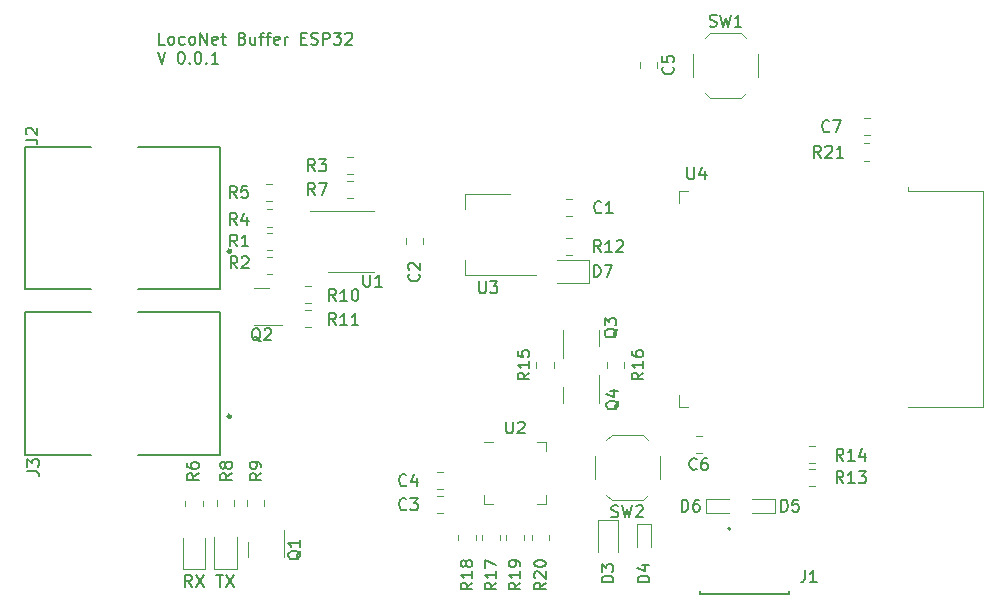
<source format=gbr>
G04 #@! TF.GenerationSoftware,KiCad,Pcbnew,7.0.2.1-36-g582732918d-dirty-deb11*
G04 #@! TF.CreationDate,2023-06-21T13:54:50+00:00*
G04 #@! TF.ProjectId,LocoBuffer,4c6f636f-4275-4666-9665-722e6b696361,rev?*
G04 #@! TF.SameCoordinates,Original*
G04 #@! TF.FileFunction,Legend,Top*
G04 #@! TF.FilePolarity,Positive*
%FSLAX46Y46*%
G04 Gerber Fmt 4.6, Leading zero omitted, Abs format (unit mm)*
G04 Created by KiCad (PCBNEW 7.0.2.1-36-g582732918d-dirty-deb11) date 2023-06-21 13:54:50*
%MOMM*%
%LPD*%
G01*
G04 APERTURE LIST*
%ADD10C,0.150000*%
%ADD11C,0.120000*%
%ADD12C,0.127000*%
%ADD13C,0.300000*%
%ADD14C,0.200000*%
%ADD15C,3.450000*%
%ADD16R,1.398000X1.398000*%
%ADD17C,1.398000*%
%ADD18R,1.000000X0.750000*%
%ADD19C,5.700000*%
%ADD20R,2.000000X1.500000*%
%ADD21R,2.000000X3.800000*%
%ADD22R,0.900000X1.500000*%
%ADD23R,1.500000X0.900000*%
%ADD24C,0.600000*%
%ADD25R,4.200000X4.200000*%
%ADD26R,3.350000X3.350000*%
%ADD27R,0.400000X1.350000*%
%ADD28R,1.600000X1.400000*%
%ADD29R,1.900000X1.900000*%
%ADD30O,0.900000X1.800000*%
G04 APERTURE END LIST*
D10*
X44537333Y-119207619D02*
X44204000Y-118731428D01*
X43965905Y-119207619D02*
X43965905Y-118207619D01*
X43965905Y-118207619D02*
X44346857Y-118207619D01*
X44346857Y-118207619D02*
X44442095Y-118255238D01*
X44442095Y-118255238D02*
X44489714Y-118302857D01*
X44489714Y-118302857D02*
X44537333Y-118398095D01*
X44537333Y-118398095D02*
X44537333Y-118540952D01*
X44537333Y-118540952D02*
X44489714Y-118636190D01*
X44489714Y-118636190D02*
X44442095Y-118683809D01*
X44442095Y-118683809D02*
X44346857Y-118731428D01*
X44346857Y-118731428D02*
X43965905Y-118731428D01*
X44870667Y-118207619D02*
X45537333Y-119207619D01*
X45537333Y-118207619D02*
X44870667Y-119207619D01*
X42243285Y-73314619D02*
X41767095Y-73314619D01*
X41767095Y-73314619D02*
X41767095Y-72314619D01*
X42719476Y-73314619D02*
X42624238Y-73267000D01*
X42624238Y-73267000D02*
X42576619Y-73219380D01*
X42576619Y-73219380D02*
X42529000Y-73124142D01*
X42529000Y-73124142D02*
X42529000Y-72838428D01*
X42529000Y-72838428D02*
X42576619Y-72743190D01*
X42576619Y-72743190D02*
X42624238Y-72695571D01*
X42624238Y-72695571D02*
X42719476Y-72647952D01*
X42719476Y-72647952D02*
X42862333Y-72647952D01*
X42862333Y-72647952D02*
X42957571Y-72695571D01*
X42957571Y-72695571D02*
X43005190Y-72743190D01*
X43005190Y-72743190D02*
X43052809Y-72838428D01*
X43052809Y-72838428D02*
X43052809Y-73124142D01*
X43052809Y-73124142D02*
X43005190Y-73219380D01*
X43005190Y-73219380D02*
X42957571Y-73267000D01*
X42957571Y-73267000D02*
X42862333Y-73314619D01*
X42862333Y-73314619D02*
X42719476Y-73314619D01*
X43909952Y-73267000D02*
X43814714Y-73314619D01*
X43814714Y-73314619D02*
X43624238Y-73314619D01*
X43624238Y-73314619D02*
X43529000Y-73267000D01*
X43529000Y-73267000D02*
X43481381Y-73219380D01*
X43481381Y-73219380D02*
X43433762Y-73124142D01*
X43433762Y-73124142D02*
X43433762Y-72838428D01*
X43433762Y-72838428D02*
X43481381Y-72743190D01*
X43481381Y-72743190D02*
X43529000Y-72695571D01*
X43529000Y-72695571D02*
X43624238Y-72647952D01*
X43624238Y-72647952D02*
X43814714Y-72647952D01*
X43814714Y-72647952D02*
X43909952Y-72695571D01*
X44481381Y-73314619D02*
X44386143Y-73267000D01*
X44386143Y-73267000D02*
X44338524Y-73219380D01*
X44338524Y-73219380D02*
X44290905Y-73124142D01*
X44290905Y-73124142D02*
X44290905Y-72838428D01*
X44290905Y-72838428D02*
X44338524Y-72743190D01*
X44338524Y-72743190D02*
X44386143Y-72695571D01*
X44386143Y-72695571D02*
X44481381Y-72647952D01*
X44481381Y-72647952D02*
X44624238Y-72647952D01*
X44624238Y-72647952D02*
X44719476Y-72695571D01*
X44719476Y-72695571D02*
X44767095Y-72743190D01*
X44767095Y-72743190D02*
X44814714Y-72838428D01*
X44814714Y-72838428D02*
X44814714Y-73124142D01*
X44814714Y-73124142D02*
X44767095Y-73219380D01*
X44767095Y-73219380D02*
X44719476Y-73267000D01*
X44719476Y-73267000D02*
X44624238Y-73314619D01*
X44624238Y-73314619D02*
X44481381Y-73314619D01*
X45243286Y-73314619D02*
X45243286Y-72314619D01*
X45243286Y-72314619D02*
X45814714Y-73314619D01*
X45814714Y-73314619D02*
X45814714Y-72314619D01*
X46671857Y-73267000D02*
X46576619Y-73314619D01*
X46576619Y-73314619D02*
X46386143Y-73314619D01*
X46386143Y-73314619D02*
X46290905Y-73267000D01*
X46290905Y-73267000D02*
X46243286Y-73171761D01*
X46243286Y-73171761D02*
X46243286Y-72790809D01*
X46243286Y-72790809D02*
X46290905Y-72695571D01*
X46290905Y-72695571D02*
X46386143Y-72647952D01*
X46386143Y-72647952D02*
X46576619Y-72647952D01*
X46576619Y-72647952D02*
X46671857Y-72695571D01*
X46671857Y-72695571D02*
X46719476Y-72790809D01*
X46719476Y-72790809D02*
X46719476Y-72886047D01*
X46719476Y-72886047D02*
X46243286Y-72981285D01*
X47005191Y-72647952D02*
X47386143Y-72647952D01*
X47148048Y-72314619D02*
X47148048Y-73171761D01*
X47148048Y-73171761D02*
X47195667Y-73267000D01*
X47195667Y-73267000D02*
X47290905Y-73314619D01*
X47290905Y-73314619D02*
X47386143Y-73314619D01*
X48814715Y-72790809D02*
X48957572Y-72838428D01*
X48957572Y-72838428D02*
X49005191Y-72886047D01*
X49005191Y-72886047D02*
X49052810Y-72981285D01*
X49052810Y-72981285D02*
X49052810Y-73124142D01*
X49052810Y-73124142D02*
X49005191Y-73219380D01*
X49005191Y-73219380D02*
X48957572Y-73267000D01*
X48957572Y-73267000D02*
X48862334Y-73314619D01*
X48862334Y-73314619D02*
X48481382Y-73314619D01*
X48481382Y-73314619D02*
X48481382Y-72314619D01*
X48481382Y-72314619D02*
X48814715Y-72314619D01*
X48814715Y-72314619D02*
X48909953Y-72362238D01*
X48909953Y-72362238D02*
X48957572Y-72409857D01*
X48957572Y-72409857D02*
X49005191Y-72505095D01*
X49005191Y-72505095D02*
X49005191Y-72600333D01*
X49005191Y-72600333D02*
X48957572Y-72695571D01*
X48957572Y-72695571D02*
X48909953Y-72743190D01*
X48909953Y-72743190D02*
X48814715Y-72790809D01*
X48814715Y-72790809D02*
X48481382Y-72790809D01*
X49909953Y-72647952D02*
X49909953Y-73314619D01*
X49481382Y-72647952D02*
X49481382Y-73171761D01*
X49481382Y-73171761D02*
X49529001Y-73267000D01*
X49529001Y-73267000D02*
X49624239Y-73314619D01*
X49624239Y-73314619D02*
X49767096Y-73314619D01*
X49767096Y-73314619D02*
X49862334Y-73267000D01*
X49862334Y-73267000D02*
X49909953Y-73219380D01*
X50243287Y-72647952D02*
X50624239Y-72647952D01*
X50386144Y-73314619D02*
X50386144Y-72457476D01*
X50386144Y-72457476D02*
X50433763Y-72362238D01*
X50433763Y-72362238D02*
X50529001Y-72314619D01*
X50529001Y-72314619D02*
X50624239Y-72314619D01*
X50814716Y-72647952D02*
X51195668Y-72647952D01*
X50957573Y-73314619D02*
X50957573Y-72457476D01*
X50957573Y-72457476D02*
X51005192Y-72362238D01*
X51005192Y-72362238D02*
X51100430Y-72314619D01*
X51100430Y-72314619D02*
X51195668Y-72314619D01*
X51909954Y-73267000D02*
X51814716Y-73314619D01*
X51814716Y-73314619D02*
X51624240Y-73314619D01*
X51624240Y-73314619D02*
X51529002Y-73267000D01*
X51529002Y-73267000D02*
X51481383Y-73171761D01*
X51481383Y-73171761D02*
X51481383Y-72790809D01*
X51481383Y-72790809D02*
X51529002Y-72695571D01*
X51529002Y-72695571D02*
X51624240Y-72647952D01*
X51624240Y-72647952D02*
X51814716Y-72647952D01*
X51814716Y-72647952D02*
X51909954Y-72695571D01*
X51909954Y-72695571D02*
X51957573Y-72790809D01*
X51957573Y-72790809D02*
X51957573Y-72886047D01*
X51957573Y-72886047D02*
X51481383Y-72981285D01*
X52386145Y-73314619D02*
X52386145Y-72647952D01*
X52386145Y-72838428D02*
X52433764Y-72743190D01*
X52433764Y-72743190D02*
X52481383Y-72695571D01*
X52481383Y-72695571D02*
X52576621Y-72647952D01*
X52576621Y-72647952D02*
X52671859Y-72647952D01*
X53767098Y-72790809D02*
X54100431Y-72790809D01*
X54243288Y-73314619D02*
X53767098Y-73314619D01*
X53767098Y-73314619D02*
X53767098Y-72314619D01*
X53767098Y-72314619D02*
X54243288Y-72314619D01*
X54624241Y-73267000D02*
X54767098Y-73314619D01*
X54767098Y-73314619D02*
X55005193Y-73314619D01*
X55005193Y-73314619D02*
X55100431Y-73267000D01*
X55100431Y-73267000D02*
X55148050Y-73219380D01*
X55148050Y-73219380D02*
X55195669Y-73124142D01*
X55195669Y-73124142D02*
X55195669Y-73028904D01*
X55195669Y-73028904D02*
X55148050Y-72933666D01*
X55148050Y-72933666D02*
X55100431Y-72886047D01*
X55100431Y-72886047D02*
X55005193Y-72838428D01*
X55005193Y-72838428D02*
X54814717Y-72790809D01*
X54814717Y-72790809D02*
X54719479Y-72743190D01*
X54719479Y-72743190D02*
X54671860Y-72695571D01*
X54671860Y-72695571D02*
X54624241Y-72600333D01*
X54624241Y-72600333D02*
X54624241Y-72505095D01*
X54624241Y-72505095D02*
X54671860Y-72409857D01*
X54671860Y-72409857D02*
X54719479Y-72362238D01*
X54719479Y-72362238D02*
X54814717Y-72314619D01*
X54814717Y-72314619D02*
X55052812Y-72314619D01*
X55052812Y-72314619D02*
X55195669Y-72362238D01*
X55624241Y-73314619D02*
X55624241Y-72314619D01*
X55624241Y-72314619D02*
X56005193Y-72314619D01*
X56005193Y-72314619D02*
X56100431Y-72362238D01*
X56100431Y-72362238D02*
X56148050Y-72409857D01*
X56148050Y-72409857D02*
X56195669Y-72505095D01*
X56195669Y-72505095D02*
X56195669Y-72647952D01*
X56195669Y-72647952D02*
X56148050Y-72743190D01*
X56148050Y-72743190D02*
X56100431Y-72790809D01*
X56100431Y-72790809D02*
X56005193Y-72838428D01*
X56005193Y-72838428D02*
X55624241Y-72838428D01*
X56529003Y-72314619D02*
X57148050Y-72314619D01*
X57148050Y-72314619D02*
X56814717Y-72695571D01*
X56814717Y-72695571D02*
X56957574Y-72695571D01*
X56957574Y-72695571D02*
X57052812Y-72743190D01*
X57052812Y-72743190D02*
X57100431Y-72790809D01*
X57100431Y-72790809D02*
X57148050Y-72886047D01*
X57148050Y-72886047D02*
X57148050Y-73124142D01*
X57148050Y-73124142D02*
X57100431Y-73219380D01*
X57100431Y-73219380D02*
X57052812Y-73267000D01*
X57052812Y-73267000D02*
X56957574Y-73314619D01*
X56957574Y-73314619D02*
X56671860Y-73314619D01*
X56671860Y-73314619D02*
X56576622Y-73267000D01*
X56576622Y-73267000D02*
X56529003Y-73219380D01*
X57529003Y-72409857D02*
X57576622Y-72362238D01*
X57576622Y-72362238D02*
X57671860Y-72314619D01*
X57671860Y-72314619D02*
X57909955Y-72314619D01*
X57909955Y-72314619D02*
X58005193Y-72362238D01*
X58005193Y-72362238D02*
X58052812Y-72409857D01*
X58052812Y-72409857D02*
X58100431Y-72505095D01*
X58100431Y-72505095D02*
X58100431Y-72600333D01*
X58100431Y-72600333D02*
X58052812Y-72743190D01*
X58052812Y-72743190D02*
X57481384Y-73314619D01*
X57481384Y-73314619D02*
X58100431Y-73314619D01*
X41624238Y-73934619D02*
X41957571Y-74934619D01*
X41957571Y-74934619D02*
X42290904Y-73934619D01*
X43576619Y-73934619D02*
X43671857Y-73934619D01*
X43671857Y-73934619D02*
X43767095Y-73982238D01*
X43767095Y-73982238D02*
X43814714Y-74029857D01*
X43814714Y-74029857D02*
X43862333Y-74125095D01*
X43862333Y-74125095D02*
X43909952Y-74315571D01*
X43909952Y-74315571D02*
X43909952Y-74553666D01*
X43909952Y-74553666D02*
X43862333Y-74744142D01*
X43862333Y-74744142D02*
X43814714Y-74839380D01*
X43814714Y-74839380D02*
X43767095Y-74887000D01*
X43767095Y-74887000D02*
X43671857Y-74934619D01*
X43671857Y-74934619D02*
X43576619Y-74934619D01*
X43576619Y-74934619D02*
X43481381Y-74887000D01*
X43481381Y-74887000D02*
X43433762Y-74839380D01*
X43433762Y-74839380D02*
X43386143Y-74744142D01*
X43386143Y-74744142D02*
X43338524Y-74553666D01*
X43338524Y-74553666D02*
X43338524Y-74315571D01*
X43338524Y-74315571D02*
X43386143Y-74125095D01*
X43386143Y-74125095D02*
X43433762Y-74029857D01*
X43433762Y-74029857D02*
X43481381Y-73982238D01*
X43481381Y-73982238D02*
X43576619Y-73934619D01*
X44338524Y-74839380D02*
X44386143Y-74887000D01*
X44386143Y-74887000D02*
X44338524Y-74934619D01*
X44338524Y-74934619D02*
X44290905Y-74887000D01*
X44290905Y-74887000D02*
X44338524Y-74839380D01*
X44338524Y-74839380D02*
X44338524Y-74934619D01*
X45005190Y-73934619D02*
X45100428Y-73934619D01*
X45100428Y-73934619D02*
X45195666Y-73982238D01*
X45195666Y-73982238D02*
X45243285Y-74029857D01*
X45243285Y-74029857D02*
X45290904Y-74125095D01*
X45290904Y-74125095D02*
X45338523Y-74315571D01*
X45338523Y-74315571D02*
X45338523Y-74553666D01*
X45338523Y-74553666D02*
X45290904Y-74744142D01*
X45290904Y-74744142D02*
X45243285Y-74839380D01*
X45243285Y-74839380D02*
X45195666Y-74887000D01*
X45195666Y-74887000D02*
X45100428Y-74934619D01*
X45100428Y-74934619D02*
X45005190Y-74934619D01*
X45005190Y-74934619D02*
X44909952Y-74887000D01*
X44909952Y-74887000D02*
X44862333Y-74839380D01*
X44862333Y-74839380D02*
X44814714Y-74744142D01*
X44814714Y-74744142D02*
X44767095Y-74553666D01*
X44767095Y-74553666D02*
X44767095Y-74315571D01*
X44767095Y-74315571D02*
X44814714Y-74125095D01*
X44814714Y-74125095D02*
X44862333Y-74029857D01*
X44862333Y-74029857D02*
X44909952Y-73982238D01*
X44909952Y-73982238D02*
X45005190Y-73934619D01*
X45767095Y-74839380D02*
X45814714Y-74887000D01*
X45814714Y-74887000D02*
X45767095Y-74934619D01*
X45767095Y-74934619D02*
X45719476Y-74887000D01*
X45719476Y-74887000D02*
X45767095Y-74839380D01*
X45767095Y-74839380D02*
X45767095Y-74934619D01*
X46767094Y-74934619D02*
X46195666Y-74934619D01*
X46481380Y-74934619D02*
X46481380Y-73934619D01*
X46481380Y-73934619D02*
X46386142Y-74077476D01*
X46386142Y-74077476D02*
X46290904Y-74172714D01*
X46290904Y-74172714D02*
X46195666Y-74220333D01*
X46609095Y-118207619D02*
X47180523Y-118207619D01*
X46894809Y-119207619D02*
X46894809Y-118207619D01*
X47418619Y-118207619D02*
X48085285Y-119207619D01*
X48085285Y-118207619D02*
X47418619Y-119207619D01*
X30450086Y-81359663D02*
X31165080Y-81359663D01*
X31165080Y-81359663D02*
X31308079Y-81407330D01*
X31308079Y-81407330D02*
X31403412Y-81502662D01*
X31403412Y-81502662D02*
X31451078Y-81645661D01*
X31451078Y-81645661D02*
X31451078Y-81740994D01*
X30545418Y-80930666D02*
X30497752Y-80883000D01*
X30497752Y-80883000D02*
X30450086Y-80787668D01*
X30450086Y-80787668D02*
X30450086Y-80549336D01*
X30450086Y-80549336D02*
X30497752Y-80454004D01*
X30497752Y-80454004D02*
X30545418Y-80406337D01*
X30545418Y-80406337D02*
X30640751Y-80358671D01*
X30640751Y-80358671D02*
X30736084Y-80358671D01*
X30736084Y-80358671D02*
X30879082Y-80406337D01*
X30879082Y-80406337D02*
X31451078Y-80978333D01*
X31451078Y-80978333D02*
X31451078Y-80358671D01*
X30577086Y-109426663D02*
X31292080Y-109426663D01*
X31292080Y-109426663D02*
X31435079Y-109474330D01*
X31435079Y-109474330D02*
X31530412Y-109569662D01*
X31530412Y-109569662D02*
X31578078Y-109712661D01*
X31578078Y-109712661D02*
X31578078Y-109807994D01*
X30577086Y-109045333D02*
X30577086Y-108425671D01*
X30577086Y-108425671D02*
X30958416Y-108759335D01*
X30958416Y-108759335D02*
X30958416Y-108616336D01*
X30958416Y-108616336D02*
X31006082Y-108521004D01*
X31006082Y-108521004D02*
X31053749Y-108473337D01*
X31053749Y-108473337D02*
X31149081Y-108425671D01*
X31149081Y-108425671D02*
X31387413Y-108425671D01*
X31387413Y-108425671D02*
X31482745Y-108473337D01*
X31482745Y-108473337D02*
X31530412Y-108521004D01*
X31530412Y-108521004D02*
X31578078Y-108616336D01*
X31578078Y-108616336D02*
X31578078Y-108902334D01*
X31578078Y-108902334D02*
X31530412Y-108997666D01*
X31530412Y-108997666D02*
X31482745Y-109045333D01*
X48364633Y-90408419D02*
X48031300Y-89932228D01*
X47793205Y-90408419D02*
X47793205Y-89408419D01*
X47793205Y-89408419D02*
X48174157Y-89408419D01*
X48174157Y-89408419D02*
X48269395Y-89456038D01*
X48269395Y-89456038D02*
X48317014Y-89503657D01*
X48317014Y-89503657D02*
X48364633Y-89598895D01*
X48364633Y-89598895D02*
X48364633Y-89741752D01*
X48364633Y-89741752D02*
X48317014Y-89836990D01*
X48317014Y-89836990D02*
X48269395Y-89884609D01*
X48269395Y-89884609D02*
X48174157Y-89932228D01*
X48174157Y-89932228D02*
X47793205Y-89932228D01*
X49317014Y-90408419D02*
X48745586Y-90408419D01*
X49031300Y-90408419D02*
X49031300Y-89408419D01*
X49031300Y-89408419D02*
X48936062Y-89551276D01*
X48936062Y-89551276D02*
X48840824Y-89646514D01*
X48840824Y-89646514D02*
X48745586Y-89694133D01*
X48374633Y-92258219D02*
X48041300Y-91782028D01*
X47803205Y-92258219D02*
X47803205Y-91258219D01*
X47803205Y-91258219D02*
X48184157Y-91258219D01*
X48184157Y-91258219D02*
X48279395Y-91305838D01*
X48279395Y-91305838D02*
X48327014Y-91353457D01*
X48327014Y-91353457D02*
X48374633Y-91448695D01*
X48374633Y-91448695D02*
X48374633Y-91591552D01*
X48374633Y-91591552D02*
X48327014Y-91686790D01*
X48327014Y-91686790D02*
X48279395Y-91734409D01*
X48279395Y-91734409D02*
X48184157Y-91782028D01*
X48184157Y-91782028D02*
X47803205Y-91782028D01*
X48755586Y-91353457D02*
X48803205Y-91305838D01*
X48803205Y-91305838D02*
X48898443Y-91258219D01*
X48898443Y-91258219D02*
X49136538Y-91258219D01*
X49136538Y-91258219D02*
X49231776Y-91305838D01*
X49231776Y-91305838D02*
X49279395Y-91353457D01*
X49279395Y-91353457D02*
X49327014Y-91448695D01*
X49327014Y-91448695D02*
X49327014Y-91543933D01*
X49327014Y-91543933D02*
X49279395Y-91686790D01*
X49279395Y-91686790D02*
X48707967Y-92258219D01*
X48707967Y-92258219D02*
X49327014Y-92258219D01*
X54951333Y-84028619D02*
X54618000Y-83552428D01*
X54379905Y-84028619D02*
X54379905Y-83028619D01*
X54379905Y-83028619D02*
X54760857Y-83028619D01*
X54760857Y-83028619D02*
X54856095Y-83076238D01*
X54856095Y-83076238D02*
X54903714Y-83123857D01*
X54903714Y-83123857D02*
X54951333Y-83219095D01*
X54951333Y-83219095D02*
X54951333Y-83361952D01*
X54951333Y-83361952D02*
X54903714Y-83457190D01*
X54903714Y-83457190D02*
X54856095Y-83504809D01*
X54856095Y-83504809D02*
X54760857Y-83552428D01*
X54760857Y-83552428D02*
X54379905Y-83552428D01*
X55284667Y-83028619D02*
X55903714Y-83028619D01*
X55903714Y-83028619D02*
X55570381Y-83409571D01*
X55570381Y-83409571D02*
X55713238Y-83409571D01*
X55713238Y-83409571D02*
X55808476Y-83457190D01*
X55808476Y-83457190D02*
X55856095Y-83504809D01*
X55856095Y-83504809D02*
X55903714Y-83600047D01*
X55903714Y-83600047D02*
X55903714Y-83838142D01*
X55903714Y-83838142D02*
X55856095Y-83933380D01*
X55856095Y-83933380D02*
X55808476Y-83981000D01*
X55808476Y-83981000D02*
X55713238Y-84028619D01*
X55713238Y-84028619D02*
X55427524Y-84028619D01*
X55427524Y-84028619D02*
X55332286Y-83981000D01*
X55332286Y-83981000D02*
X55284667Y-83933380D01*
X48347333Y-88600619D02*
X48014000Y-88124428D01*
X47775905Y-88600619D02*
X47775905Y-87600619D01*
X47775905Y-87600619D02*
X48156857Y-87600619D01*
X48156857Y-87600619D02*
X48252095Y-87648238D01*
X48252095Y-87648238D02*
X48299714Y-87695857D01*
X48299714Y-87695857D02*
X48347333Y-87791095D01*
X48347333Y-87791095D02*
X48347333Y-87933952D01*
X48347333Y-87933952D02*
X48299714Y-88029190D01*
X48299714Y-88029190D02*
X48252095Y-88076809D01*
X48252095Y-88076809D02*
X48156857Y-88124428D01*
X48156857Y-88124428D02*
X47775905Y-88124428D01*
X49204476Y-87933952D02*
X49204476Y-88600619D01*
X48966381Y-87553000D02*
X48728286Y-88267285D01*
X48728286Y-88267285D02*
X49347333Y-88267285D01*
X48321933Y-86289219D02*
X47988600Y-85813028D01*
X47750505Y-86289219D02*
X47750505Y-85289219D01*
X47750505Y-85289219D02*
X48131457Y-85289219D01*
X48131457Y-85289219D02*
X48226695Y-85336838D01*
X48226695Y-85336838D02*
X48274314Y-85384457D01*
X48274314Y-85384457D02*
X48321933Y-85479695D01*
X48321933Y-85479695D02*
X48321933Y-85622552D01*
X48321933Y-85622552D02*
X48274314Y-85717790D01*
X48274314Y-85717790D02*
X48226695Y-85765409D01*
X48226695Y-85765409D02*
X48131457Y-85813028D01*
X48131457Y-85813028D02*
X47750505Y-85813028D01*
X49226695Y-85289219D02*
X48750505Y-85289219D01*
X48750505Y-85289219D02*
X48702886Y-85765409D01*
X48702886Y-85765409D02*
X48750505Y-85717790D01*
X48750505Y-85717790D02*
X48845743Y-85670171D01*
X48845743Y-85670171D02*
X49083838Y-85670171D01*
X49083838Y-85670171D02*
X49179076Y-85717790D01*
X49179076Y-85717790D02*
X49226695Y-85765409D01*
X49226695Y-85765409D02*
X49274314Y-85860647D01*
X49274314Y-85860647D02*
X49274314Y-86098742D01*
X49274314Y-86098742D02*
X49226695Y-86193980D01*
X49226695Y-86193980D02*
X49179076Y-86241600D01*
X49179076Y-86241600D02*
X49083838Y-86289219D01*
X49083838Y-86289219D02*
X48845743Y-86289219D01*
X48845743Y-86289219D02*
X48750505Y-86241600D01*
X48750505Y-86241600D02*
X48702886Y-86193980D01*
X45094619Y-109624666D02*
X44618428Y-109957999D01*
X45094619Y-110196094D02*
X44094619Y-110196094D01*
X44094619Y-110196094D02*
X44094619Y-109815142D01*
X44094619Y-109815142D02*
X44142238Y-109719904D01*
X44142238Y-109719904D02*
X44189857Y-109672285D01*
X44189857Y-109672285D02*
X44285095Y-109624666D01*
X44285095Y-109624666D02*
X44427952Y-109624666D01*
X44427952Y-109624666D02*
X44523190Y-109672285D01*
X44523190Y-109672285D02*
X44570809Y-109719904D01*
X44570809Y-109719904D02*
X44618428Y-109815142D01*
X44618428Y-109815142D02*
X44618428Y-110196094D01*
X44094619Y-108767523D02*
X44094619Y-108957999D01*
X44094619Y-108957999D02*
X44142238Y-109053237D01*
X44142238Y-109053237D02*
X44189857Y-109100856D01*
X44189857Y-109100856D02*
X44332714Y-109196094D01*
X44332714Y-109196094D02*
X44523190Y-109243713D01*
X44523190Y-109243713D02*
X44904142Y-109243713D01*
X44904142Y-109243713D02*
X44999380Y-109196094D01*
X44999380Y-109196094D02*
X45047000Y-109148475D01*
X45047000Y-109148475D02*
X45094619Y-109053237D01*
X45094619Y-109053237D02*
X45094619Y-108862761D01*
X45094619Y-108862761D02*
X45047000Y-108767523D01*
X45047000Y-108767523D02*
X44999380Y-108719904D01*
X44999380Y-108719904D02*
X44904142Y-108672285D01*
X44904142Y-108672285D02*
X44666047Y-108672285D01*
X44666047Y-108672285D02*
X44570809Y-108719904D01*
X44570809Y-108719904D02*
X44523190Y-108767523D01*
X44523190Y-108767523D02*
X44475571Y-108862761D01*
X44475571Y-108862761D02*
X44475571Y-109053237D01*
X44475571Y-109053237D02*
X44523190Y-109148475D01*
X44523190Y-109148475D02*
X44570809Y-109196094D01*
X44570809Y-109196094D02*
X44666047Y-109243713D01*
X54951333Y-86060619D02*
X54618000Y-85584428D01*
X54379905Y-86060619D02*
X54379905Y-85060619D01*
X54379905Y-85060619D02*
X54760857Y-85060619D01*
X54760857Y-85060619D02*
X54856095Y-85108238D01*
X54856095Y-85108238D02*
X54903714Y-85155857D01*
X54903714Y-85155857D02*
X54951333Y-85251095D01*
X54951333Y-85251095D02*
X54951333Y-85393952D01*
X54951333Y-85393952D02*
X54903714Y-85489190D01*
X54903714Y-85489190D02*
X54856095Y-85536809D01*
X54856095Y-85536809D02*
X54760857Y-85584428D01*
X54760857Y-85584428D02*
X54379905Y-85584428D01*
X55284667Y-85060619D02*
X55951333Y-85060619D01*
X55951333Y-85060619D02*
X55522762Y-86060619D01*
X47935619Y-109599166D02*
X47459428Y-109932499D01*
X47935619Y-110170594D02*
X46935619Y-110170594D01*
X46935619Y-110170594D02*
X46935619Y-109789642D01*
X46935619Y-109789642D02*
X46983238Y-109694404D01*
X46983238Y-109694404D02*
X47030857Y-109646785D01*
X47030857Y-109646785D02*
X47126095Y-109599166D01*
X47126095Y-109599166D02*
X47268952Y-109599166D01*
X47268952Y-109599166D02*
X47364190Y-109646785D01*
X47364190Y-109646785D02*
X47411809Y-109694404D01*
X47411809Y-109694404D02*
X47459428Y-109789642D01*
X47459428Y-109789642D02*
X47459428Y-110170594D01*
X47364190Y-109027737D02*
X47316571Y-109122975D01*
X47316571Y-109122975D02*
X47268952Y-109170594D01*
X47268952Y-109170594D02*
X47173714Y-109218213D01*
X47173714Y-109218213D02*
X47126095Y-109218213D01*
X47126095Y-109218213D02*
X47030857Y-109170594D01*
X47030857Y-109170594D02*
X46983238Y-109122975D01*
X46983238Y-109122975D02*
X46935619Y-109027737D01*
X46935619Y-109027737D02*
X46935619Y-108837261D01*
X46935619Y-108837261D02*
X46983238Y-108742023D01*
X46983238Y-108742023D02*
X47030857Y-108694404D01*
X47030857Y-108694404D02*
X47126095Y-108646785D01*
X47126095Y-108646785D02*
X47173714Y-108646785D01*
X47173714Y-108646785D02*
X47268952Y-108694404D01*
X47268952Y-108694404D02*
X47316571Y-108742023D01*
X47316571Y-108742023D02*
X47364190Y-108837261D01*
X47364190Y-108837261D02*
X47364190Y-109027737D01*
X47364190Y-109027737D02*
X47411809Y-109122975D01*
X47411809Y-109122975D02*
X47459428Y-109170594D01*
X47459428Y-109170594D02*
X47554666Y-109218213D01*
X47554666Y-109218213D02*
X47745142Y-109218213D01*
X47745142Y-109218213D02*
X47840380Y-109170594D01*
X47840380Y-109170594D02*
X47888000Y-109122975D01*
X47888000Y-109122975D02*
X47935619Y-109027737D01*
X47935619Y-109027737D02*
X47935619Y-108837261D01*
X47935619Y-108837261D02*
X47888000Y-108742023D01*
X47888000Y-108742023D02*
X47840380Y-108694404D01*
X47840380Y-108694404D02*
X47745142Y-108646785D01*
X47745142Y-108646785D02*
X47554666Y-108646785D01*
X47554666Y-108646785D02*
X47459428Y-108694404D01*
X47459428Y-108694404D02*
X47411809Y-108742023D01*
X47411809Y-108742023D02*
X47364190Y-108837261D01*
X50411619Y-109599166D02*
X49935428Y-109932499D01*
X50411619Y-110170594D02*
X49411619Y-110170594D01*
X49411619Y-110170594D02*
X49411619Y-109789642D01*
X49411619Y-109789642D02*
X49459238Y-109694404D01*
X49459238Y-109694404D02*
X49506857Y-109646785D01*
X49506857Y-109646785D02*
X49602095Y-109599166D01*
X49602095Y-109599166D02*
X49744952Y-109599166D01*
X49744952Y-109599166D02*
X49840190Y-109646785D01*
X49840190Y-109646785D02*
X49887809Y-109694404D01*
X49887809Y-109694404D02*
X49935428Y-109789642D01*
X49935428Y-109789642D02*
X49935428Y-110170594D01*
X50411619Y-109122975D02*
X50411619Y-108932499D01*
X50411619Y-108932499D02*
X50364000Y-108837261D01*
X50364000Y-108837261D02*
X50316380Y-108789642D01*
X50316380Y-108789642D02*
X50173523Y-108694404D01*
X50173523Y-108694404D02*
X49983047Y-108646785D01*
X49983047Y-108646785D02*
X49602095Y-108646785D01*
X49602095Y-108646785D02*
X49506857Y-108694404D01*
X49506857Y-108694404D02*
X49459238Y-108742023D01*
X49459238Y-108742023D02*
X49411619Y-108837261D01*
X49411619Y-108837261D02*
X49411619Y-109027737D01*
X49411619Y-109027737D02*
X49459238Y-109122975D01*
X49459238Y-109122975D02*
X49506857Y-109170594D01*
X49506857Y-109170594D02*
X49602095Y-109218213D01*
X49602095Y-109218213D02*
X49840190Y-109218213D01*
X49840190Y-109218213D02*
X49935428Y-109170594D01*
X49935428Y-109170594D02*
X49983047Y-109122975D01*
X49983047Y-109122975D02*
X50030666Y-109027737D01*
X50030666Y-109027737D02*
X50030666Y-108837261D01*
X50030666Y-108837261D02*
X49983047Y-108742023D01*
X49983047Y-108742023D02*
X49935428Y-108694404D01*
X49935428Y-108694404D02*
X49840190Y-108646785D01*
X56728642Y-95026619D02*
X56395309Y-94550428D01*
X56157214Y-95026619D02*
X56157214Y-94026619D01*
X56157214Y-94026619D02*
X56538166Y-94026619D01*
X56538166Y-94026619D02*
X56633404Y-94074238D01*
X56633404Y-94074238D02*
X56681023Y-94121857D01*
X56681023Y-94121857D02*
X56728642Y-94217095D01*
X56728642Y-94217095D02*
X56728642Y-94359952D01*
X56728642Y-94359952D02*
X56681023Y-94455190D01*
X56681023Y-94455190D02*
X56633404Y-94502809D01*
X56633404Y-94502809D02*
X56538166Y-94550428D01*
X56538166Y-94550428D02*
X56157214Y-94550428D01*
X57681023Y-95026619D02*
X57109595Y-95026619D01*
X57395309Y-95026619D02*
X57395309Y-94026619D01*
X57395309Y-94026619D02*
X57300071Y-94169476D01*
X57300071Y-94169476D02*
X57204833Y-94264714D01*
X57204833Y-94264714D02*
X57109595Y-94312333D01*
X58300071Y-94026619D02*
X58395309Y-94026619D01*
X58395309Y-94026619D02*
X58490547Y-94074238D01*
X58490547Y-94074238D02*
X58538166Y-94121857D01*
X58538166Y-94121857D02*
X58585785Y-94217095D01*
X58585785Y-94217095D02*
X58633404Y-94407571D01*
X58633404Y-94407571D02*
X58633404Y-94645666D01*
X58633404Y-94645666D02*
X58585785Y-94836142D01*
X58585785Y-94836142D02*
X58538166Y-94931380D01*
X58538166Y-94931380D02*
X58490547Y-94979000D01*
X58490547Y-94979000D02*
X58395309Y-95026619D01*
X58395309Y-95026619D02*
X58300071Y-95026619D01*
X58300071Y-95026619D02*
X58204833Y-94979000D01*
X58204833Y-94979000D02*
X58157214Y-94931380D01*
X58157214Y-94931380D02*
X58109595Y-94836142D01*
X58109595Y-94836142D02*
X58061976Y-94645666D01*
X58061976Y-94645666D02*
X58061976Y-94407571D01*
X58061976Y-94407571D02*
X58109595Y-94217095D01*
X58109595Y-94217095D02*
X58157214Y-94121857D01*
X58157214Y-94121857D02*
X58204833Y-94074238D01*
X58204833Y-94074238D02*
X58300071Y-94026619D01*
X56728642Y-97058619D02*
X56395309Y-96582428D01*
X56157214Y-97058619D02*
X56157214Y-96058619D01*
X56157214Y-96058619D02*
X56538166Y-96058619D01*
X56538166Y-96058619D02*
X56633404Y-96106238D01*
X56633404Y-96106238D02*
X56681023Y-96153857D01*
X56681023Y-96153857D02*
X56728642Y-96249095D01*
X56728642Y-96249095D02*
X56728642Y-96391952D01*
X56728642Y-96391952D02*
X56681023Y-96487190D01*
X56681023Y-96487190D02*
X56633404Y-96534809D01*
X56633404Y-96534809D02*
X56538166Y-96582428D01*
X56538166Y-96582428D02*
X56157214Y-96582428D01*
X57681023Y-97058619D02*
X57109595Y-97058619D01*
X57395309Y-97058619D02*
X57395309Y-96058619D01*
X57395309Y-96058619D02*
X57300071Y-96201476D01*
X57300071Y-96201476D02*
X57204833Y-96296714D01*
X57204833Y-96296714D02*
X57109595Y-96344333D01*
X58633404Y-97058619D02*
X58061976Y-97058619D01*
X58347690Y-97058619D02*
X58347690Y-96058619D01*
X58347690Y-96058619D02*
X58252452Y-96201476D01*
X58252452Y-96201476D02*
X58157214Y-96296714D01*
X58157214Y-96296714D02*
X58061976Y-96344333D01*
X88376667Y-71752000D02*
X88519524Y-71799619D01*
X88519524Y-71799619D02*
X88757619Y-71799619D01*
X88757619Y-71799619D02*
X88852857Y-71752000D01*
X88852857Y-71752000D02*
X88900476Y-71704380D01*
X88900476Y-71704380D02*
X88948095Y-71609142D01*
X88948095Y-71609142D02*
X88948095Y-71513904D01*
X88948095Y-71513904D02*
X88900476Y-71418666D01*
X88900476Y-71418666D02*
X88852857Y-71371047D01*
X88852857Y-71371047D02*
X88757619Y-71323428D01*
X88757619Y-71323428D02*
X88567143Y-71275809D01*
X88567143Y-71275809D02*
X88471905Y-71228190D01*
X88471905Y-71228190D02*
X88424286Y-71180571D01*
X88424286Y-71180571D02*
X88376667Y-71085333D01*
X88376667Y-71085333D02*
X88376667Y-70990095D01*
X88376667Y-70990095D02*
X88424286Y-70894857D01*
X88424286Y-70894857D02*
X88471905Y-70847238D01*
X88471905Y-70847238D02*
X88567143Y-70799619D01*
X88567143Y-70799619D02*
X88805238Y-70799619D01*
X88805238Y-70799619D02*
X88948095Y-70847238D01*
X89281429Y-70799619D02*
X89519524Y-71799619D01*
X89519524Y-71799619D02*
X89710000Y-71085333D01*
X89710000Y-71085333D02*
X89900476Y-71799619D01*
X89900476Y-71799619D02*
X90138572Y-70799619D01*
X91043333Y-71799619D02*
X90471905Y-71799619D01*
X90757619Y-71799619D02*
X90757619Y-70799619D01*
X90757619Y-70799619D02*
X90662381Y-70942476D01*
X90662381Y-70942476D02*
X90567143Y-71037714D01*
X90567143Y-71037714D02*
X90471905Y-71085333D01*
X59055095Y-92807619D02*
X59055095Y-93617142D01*
X59055095Y-93617142D02*
X59102714Y-93712380D01*
X59102714Y-93712380D02*
X59150333Y-93760000D01*
X59150333Y-93760000D02*
X59245571Y-93807619D01*
X59245571Y-93807619D02*
X59436047Y-93807619D01*
X59436047Y-93807619D02*
X59531285Y-93760000D01*
X59531285Y-93760000D02*
X59578904Y-93712380D01*
X59578904Y-93712380D02*
X59626523Y-93617142D01*
X59626523Y-93617142D02*
X59626523Y-92807619D01*
X60626523Y-93807619D02*
X60055095Y-93807619D01*
X60340809Y-93807619D02*
X60340809Y-92807619D01*
X60340809Y-92807619D02*
X60245571Y-92950476D01*
X60245571Y-92950476D02*
X60150333Y-93045714D01*
X60150333Y-93045714D02*
X60055095Y-93093333D01*
X53757857Y-116173238D02*
X53710238Y-116268476D01*
X53710238Y-116268476D02*
X53615000Y-116363714D01*
X53615000Y-116363714D02*
X53472142Y-116506571D01*
X53472142Y-116506571D02*
X53424523Y-116601809D01*
X53424523Y-116601809D02*
X53424523Y-116697047D01*
X53662619Y-116649428D02*
X53615000Y-116744666D01*
X53615000Y-116744666D02*
X53519761Y-116839904D01*
X53519761Y-116839904D02*
X53329285Y-116887523D01*
X53329285Y-116887523D02*
X52995952Y-116887523D01*
X52995952Y-116887523D02*
X52805476Y-116839904D01*
X52805476Y-116839904D02*
X52710238Y-116744666D01*
X52710238Y-116744666D02*
X52662619Y-116649428D01*
X52662619Y-116649428D02*
X52662619Y-116458952D01*
X52662619Y-116458952D02*
X52710238Y-116363714D01*
X52710238Y-116363714D02*
X52805476Y-116268476D01*
X52805476Y-116268476D02*
X52995952Y-116220857D01*
X52995952Y-116220857D02*
X53329285Y-116220857D01*
X53329285Y-116220857D02*
X53519761Y-116268476D01*
X53519761Y-116268476D02*
X53615000Y-116363714D01*
X53615000Y-116363714D02*
X53662619Y-116458952D01*
X53662619Y-116458952D02*
X53662619Y-116649428D01*
X53662619Y-115268476D02*
X53662619Y-115839904D01*
X53662619Y-115554190D02*
X52662619Y-115554190D01*
X52662619Y-115554190D02*
X52805476Y-115649428D01*
X52805476Y-115649428D02*
X52900714Y-115744666D01*
X52900714Y-115744666D02*
X52948333Y-115839904D01*
X50348261Y-98445857D02*
X50253023Y-98398238D01*
X50253023Y-98398238D02*
X50157785Y-98303000D01*
X50157785Y-98303000D02*
X50014928Y-98160142D01*
X50014928Y-98160142D02*
X49919690Y-98112523D01*
X49919690Y-98112523D02*
X49824452Y-98112523D01*
X49872071Y-98350619D02*
X49776833Y-98303000D01*
X49776833Y-98303000D02*
X49681595Y-98207761D01*
X49681595Y-98207761D02*
X49633976Y-98017285D01*
X49633976Y-98017285D02*
X49633976Y-97683952D01*
X49633976Y-97683952D02*
X49681595Y-97493476D01*
X49681595Y-97493476D02*
X49776833Y-97398238D01*
X49776833Y-97398238D02*
X49872071Y-97350619D01*
X49872071Y-97350619D02*
X50062547Y-97350619D01*
X50062547Y-97350619D02*
X50157785Y-97398238D01*
X50157785Y-97398238D02*
X50253023Y-97493476D01*
X50253023Y-97493476D02*
X50300642Y-97683952D01*
X50300642Y-97683952D02*
X50300642Y-98017285D01*
X50300642Y-98017285D02*
X50253023Y-98207761D01*
X50253023Y-98207761D02*
X50157785Y-98303000D01*
X50157785Y-98303000D02*
X50062547Y-98350619D01*
X50062547Y-98350619D02*
X49872071Y-98350619D01*
X50681595Y-97445857D02*
X50729214Y-97398238D01*
X50729214Y-97398238D02*
X50824452Y-97350619D01*
X50824452Y-97350619D02*
X51062547Y-97350619D01*
X51062547Y-97350619D02*
X51157785Y-97398238D01*
X51157785Y-97398238D02*
X51205404Y-97445857D01*
X51205404Y-97445857D02*
X51253023Y-97541095D01*
X51253023Y-97541095D02*
X51253023Y-97636333D01*
X51253023Y-97636333D02*
X51205404Y-97779190D01*
X51205404Y-97779190D02*
X50633976Y-98350619D01*
X50633976Y-98350619D02*
X51253023Y-98350619D01*
X68834095Y-93370619D02*
X68834095Y-94180142D01*
X68834095Y-94180142D02*
X68881714Y-94275380D01*
X68881714Y-94275380D02*
X68929333Y-94323000D01*
X68929333Y-94323000D02*
X69024571Y-94370619D01*
X69024571Y-94370619D02*
X69215047Y-94370619D01*
X69215047Y-94370619D02*
X69310285Y-94323000D01*
X69310285Y-94323000D02*
X69357904Y-94275380D01*
X69357904Y-94275380D02*
X69405523Y-94180142D01*
X69405523Y-94180142D02*
X69405523Y-93370619D01*
X69786476Y-93370619D02*
X70405523Y-93370619D01*
X70405523Y-93370619D02*
X70072190Y-93751571D01*
X70072190Y-93751571D02*
X70215047Y-93751571D01*
X70215047Y-93751571D02*
X70310285Y-93799190D01*
X70310285Y-93799190D02*
X70357904Y-93846809D01*
X70357904Y-93846809D02*
X70405523Y-93942047D01*
X70405523Y-93942047D02*
X70405523Y-94180142D01*
X70405523Y-94180142D02*
X70357904Y-94275380D01*
X70357904Y-94275380D02*
X70310285Y-94323000D01*
X70310285Y-94323000D02*
X70215047Y-94370619D01*
X70215047Y-94370619D02*
X69929333Y-94370619D01*
X69929333Y-94370619D02*
X69834095Y-94323000D01*
X69834095Y-94323000D02*
X69786476Y-94275380D01*
X79163942Y-90886619D02*
X78830609Y-90410428D01*
X78592514Y-90886619D02*
X78592514Y-89886619D01*
X78592514Y-89886619D02*
X78973466Y-89886619D01*
X78973466Y-89886619D02*
X79068704Y-89934238D01*
X79068704Y-89934238D02*
X79116323Y-89981857D01*
X79116323Y-89981857D02*
X79163942Y-90077095D01*
X79163942Y-90077095D02*
X79163942Y-90219952D01*
X79163942Y-90219952D02*
X79116323Y-90315190D01*
X79116323Y-90315190D02*
X79068704Y-90362809D01*
X79068704Y-90362809D02*
X78973466Y-90410428D01*
X78973466Y-90410428D02*
X78592514Y-90410428D01*
X80116323Y-90886619D02*
X79544895Y-90886619D01*
X79830609Y-90886619D02*
X79830609Y-89886619D01*
X79830609Y-89886619D02*
X79735371Y-90029476D01*
X79735371Y-90029476D02*
X79640133Y-90124714D01*
X79640133Y-90124714D02*
X79544895Y-90172333D01*
X80497276Y-89981857D02*
X80544895Y-89934238D01*
X80544895Y-89934238D02*
X80640133Y-89886619D01*
X80640133Y-89886619D02*
X80878228Y-89886619D01*
X80878228Y-89886619D02*
X80973466Y-89934238D01*
X80973466Y-89934238D02*
X81021085Y-89981857D01*
X81021085Y-89981857D02*
X81068704Y-90077095D01*
X81068704Y-90077095D02*
X81068704Y-90172333D01*
X81068704Y-90172333D02*
X81021085Y-90315190D01*
X81021085Y-90315190D02*
X80449657Y-90886619D01*
X80449657Y-90886619D02*
X81068704Y-90886619D01*
X79208333Y-87489380D02*
X79160714Y-87537000D01*
X79160714Y-87537000D02*
X79017857Y-87584619D01*
X79017857Y-87584619D02*
X78922619Y-87584619D01*
X78922619Y-87584619D02*
X78779762Y-87537000D01*
X78779762Y-87537000D02*
X78684524Y-87441761D01*
X78684524Y-87441761D02*
X78636905Y-87346523D01*
X78636905Y-87346523D02*
X78589286Y-87156047D01*
X78589286Y-87156047D02*
X78589286Y-87013190D01*
X78589286Y-87013190D02*
X78636905Y-86822714D01*
X78636905Y-86822714D02*
X78684524Y-86727476D01*
X78684524Y-86727476D02*
X78779762Y-86632238D01*
X78779762Y-86632238D02*
X78922619Y-86584619D01*
X78922619Y-86584619D02*
X79017857Y-86584619D01*
X79017857Y-86584619D02*
X79160714Y-86632238D01*
X79160714Y-86632238D02*
X79208333Y-86679857D01*
X80160714Y-87584619D02*
X79589286Y-87584619D01*
X79875000Y-87584619D02*
X79875000Y-86584619D01*
X79875000Y-86584619D02*
X79779762Y-86727476D01*
X79779762Y-86727476D02*
X79684524Y-86822714D01*
X79684524Y-86822714D02*
X79589286Y-86870333D01*
X99687142Y-110444619D02*
X99353809Y-109968428D01*
X99115714Y-110444619D02*
X99115714Y-109444619D01*
X99115714Y-109444619D02*
X99496666Y-109444619D01*
X99496666Y-109444619D02*
X99591904Y-109492238D01*
X99591904Y-109492238D02*
X99639523Y-109539857D01*
X99639523Y-109539857D02*
X99687142Y-109635095D01*
X99687142Y-109635095D02*
X99687142Y-109777952D01*
X99687142Y-109777952D02*
X99639523Y-109873190D01*
X99639523Y-109873190D02*
X99591904Y-109920809D01*
X99591904Y-109920809D02*
X99496666Y-109968428D01*
X99496666Y-109968428D02*
X99115714Y-109968428D01*
X100639523Y-110444619D02*
X100068095Y-110444619D01*
X100353809Y-110444619D02*
X100353809Y-109444619D01*
X100353809Y-109444619D02*
X100258571Y-109587476D01*
X100258571Y-109587476D02*
X100163333Y-109682714D01*
X100163333Y-109682714D02*
X100068095Y-109730333D01*
X100972857Y-109444619D02*
X101591904Y-109444619D01*
X101591904Y-109444619D02*
X101258571Y-109825571D01*
X101258571Y-109825571D02*
X101401428Y-109825571D01*
X101401428Y-109825571D02*
X101496666Y-109873190D01*
X101496666Y-109873190D02*
X101544285Y-109920809D01*
X101544285Y-109920809D02*
X101591904Y-110016047D01*
X101591904Y-110016047D02*
X101591904Y-110254142D01*
X101591904Y-110254142D02*
X101544285Y-110349380D01*
X101544285Y-110349380D02*
X101496666Y-110397000D01*
X101496666Y-110397000D02*
X101401428Y-110444619D01*
X101401428Y-110444619D02*
X101115714Y-110444619D01*
X101115714Y-110444619D02*
X101020476Y-110397000D01*
X101020476Y-110397000D02*
X100972857Y-110349380D01*
X80694857Y-103473238D02*
X80647238Y-103568476D01*
X80647238Y-103568476D02*
X80552000Y-103663714D01*
X80552000Y-103663714D02*
X80409142Y-103806571D01*
X80409142Y-103806571D02*
X80361523Y-103901809D01*
X80361523Y-103901809D02*
X80361523Y-103997047D01*
X80599619Y-103949428D02*
X80552000Y-104044666D01*
X80552000Y-104044666D02*
X80456761Y-104139904D01*
X80456761Y-104139904D02*
X80266285Y-104187523D01*
X80266285Y-104187523D02*
X79932952Y-104187523D01*
X79932952Y-104187523D02*
X79742476Y-104139904D01*
X79742476Y-104139904D02*
X79647238Y-104044666D01*
X79647238Y-104044666D02*
X79599619Y-103949428D01*
X79599619Y-103949428D02*
X79599619Y-103758952D01*
X79599619Y-103758952D02*
X79647238Y-103663714D01*
X79647238Y-103663714D02*
X79742476Y-103568476D01*
X79742476Y-103568476D02*
X79932952Y-103520857D01*
X79932952Y-103520857D02*
X80266285Y-103520857D01*
X80266285Y-103520857D02*
X80456761Y-103568476D01*
X80456761Y-103568476D02*
X80552000Y-103663714D01*
X80552000Y-103663714D02*
X80599619Y-103758952D01*
X80599619Y-103758952D02*
X80599619Y-103949428D01*
X79932952Y-102663714D02*
X80599619Y-102663714D01*
X79552000Y-102901809D02*
X80266285Y-103139904D01*
X80266285Y-103139904D02*
X80266285Y-102520857D01*
X85257380Y-75203666D02*
X85305000Y-75251285D01*
X85305000Y-75251285D02*
X85352619Y-75394142D01*
X85352619Y-75394142D02*
X85352619Y-75489380D01*
X85352619Y-75489380D02*
X85305000Y-75632237D01*
X85305000Y-75632237D02*
X85209761Y-75727475D01*
X85209761Y-75727475D02*
X85114523Y-75775094D01*
X85114523Y-75775094D02*
X84924047Y-75822713D01*
X84924047Y-75822713D02*
X84781190Y-75822713D01*
X84781190Y-75822713D02*
X84590714Y-75775094D01*
X84590714Y-75775094D02*
X84495476Y-75727475D01*
X84495476Y-75727475D02*
X84400238Y-75632237D01*
X84400238Y-75632237D02*
X84352619Y-75489380D01*
X84352619Y-75489380D02*
X84352619Y-75394142D01*
X84352619Y-75394142D02*
X84400238Y-75251285D01*
X84400238Y-75251285D02*
X84447857Y-75203666D01*
X84352619Y-74298904D02*
X84352619Y-74775094D01*
X84352619Y-74775094D02*
X84828809Y-74822713D01*
X84828809Y-74822713D02*
X84781190Y-74775094D01*
X84781190Y-74775094D02*
X84733571Y-74679856D01*
X84733571Y-74679856D02*
X84733571Y-74441761D01*
X84733571Y-74441761D02*
X84781190Y-74346523D01*
X84781190Y-74346523D02*
X84828809Y-74298904D01*
X84828809Y-74298904D02*
X84924047Y-74251285D01*
X84924047Y-74251285D02*
X85162142Y-74251285D01*
X85162142Y-74251285D02*
X85257380Y-74298904D01*
X85257380Y-74298904D02*
X85305000Y-74346523D01*
X85305000Y-74346523D02*
X85352619Y-74441761D01*
X85352619Y-74441761D02*
X85352619Y-74679856D01*
X85352619Y-74679856D02*
X85305000Y-74775094D01*
X85305000Y-74775094D02*
X85257380Y-74822713D01*
X73106619Y-101099857D02*
X72630428Y-101433190D01*
X73106619Y-101671285D02*
X72106619Y-101671285D01*
X72106619Y-101671285D02*
X72106619Y-101290333D01*
X72106619Y-101290333D02*
X72154238Y-101195095D01*
X72154238Y-101195095D02*
X72201857Y-101147476D01*
X72201857Y-101147476D02*
X72297095Y-101099857D01*
X72297095Y-101099857D02*
X72439952Y-101099857D01*
X72439952Y-101099857D02*
X72535190Y-101147476D01*
X72535190Y-101147476D02*
X72582809Y-101195095D01*
X72582809Y-101195095D02*
X72630428Y-101290333D01*
X72630428Y-101290333D02*
X72630428Y-101671285D01*
X73106619Y-100147476D02*
X73106619Y-100718904D01*
X73106619Y-100433190D02*
X72106619Y-100433190D01*
X72106619Y-100433190D02*
X72249476Y-100528428D01*
X72249476Y-100528428D02*
X72344714Y-100623666D01*
X72344714Y-100623666D02*
X72392333Y-100718904D01*
X72106619Y-99242714D02*
X72106619Y-99718904D01*
X72106619Y-99718904D02*
X72582809Y-99766523D01*
X72582809Y-99766523D02*
X72535190Y-99718904D01*
X72535190Y-99718904D02*
X72487571Y-99623666D01*
X72487571Y-99623666D02*
X72487571Y-99385571D01*
X72487571Y-99385571D02*
X72535190Y-99290333D01*
X72535190Y-99290333D02*
X72582809Y-99242714D01*
X72582809Y-99242714D02*
X72678047Y-99195095D01*
X72678047Y-99195095D02*
X72916142Y-99195095D01*
X72916142Y-99195095D02*
X73011380Y-99242714D01*
X73011380Y-99242714D02*
X73059000Y-99290333D01*
X73059000Y-99290333D02*
X73106619Y-99385571D01*
X73106619Y-99385571D02*
X73106619Y-99623666D01*
X73106619Y-99623666D02*
X73059000Y-99718904D01*
X73059000Y-99718904D02*
X73011380Y-99766523D01*
X70312619Y-118879857D02*
X69836428Y-119213190D01*
X70312619Y-119451285D02*
X69312619Y-119451285D01*
X69312619Y-119451285D02*
X69312619Y-119070333D01*
X69312619Y-119070333D02*
X69360238Y-118975095D01*
X69360238Y-118975095D02*
X69407857Y-118927476D01*
X69407857Y-118927476D02*
X69503095Y-118879857D01*
X69503095Y-118879857D02*
X69645952Y-118879857D01*
X69645952Y-118879857D02*
X69741190Y-118927476D01*
X69741190Y-118927476D02*
X69788809Y-118975095D01*
X69788809Y-118975095D02*
X69836428Y-119070333D01*
X69836428Y-119070333D02*
X69836428Y-119451285D01*
X70312619Y-117927476D02*
X70312619Y-118498904D01*
X70312619Y-118213190D02*
X69312619Y-118213190D01*
X69312619Y-118213190D02*
X69455476Y-118308428D01*
X69455476Y-118308428D02*
X69550714Y-118403666D01*
X69550714Y-118403666D02*
X69598333Y-118498904D01*
X69312619Y-117594142D02*
X69312619Y-116927476D01*
X69312619Y-116927476D02*
X70312619Y-117356047D01*
X74503619Y-118879857D02*
X74027428Y-119213190D01*
X74503619Y-119451285D02*
X73503619Y-119451285D01*
X73503619Y-119451285D02*
X73503619Y-119070333D01*
X73503619Y-119070333D02*
X73551238Y-118975095D01*
X73551238Y-118975095D02*
X73598857Y-118927476D01*
X73598857Y-118927476D02*
X73694095Y-118879857D01*
X73694095Y-118879857D02*
X73836952Y-118879857D01*
X73836952Y-118879857D02*
X73932190Y-118927476D01*
X73932190Y-118927476D02*
X73979809Y-118975095D01*
X73979809Y-118975095D02*
X74027428Y-119070333D01*
X74027428Y-119070333D02*
X74027428Y-119451285D01*
X73598857Y-118498904D02*
X73551238Y-118451285D01*
X73551238Y-118451285D02*
X73503619Y-118356047D01*
X73503619Y-118356047D02*
X73503619Y-118117952D01*
X73503619Y-118117952D02*
X73551238Y-118022714D01*
X73551238Y-118022714D02*
X73598857Y-117975095D01*
X73598857Y-117975095D02*
X73694095Y-117927476D01*
X73694095Y-117927476D02*
X73789333Y-117927476D01*
X73789333Y-117927476D02*
X73932190Y-117975095D01*
X73932190Y-117975095D02*
X74503619Y-118546523D01*
X74503619Y-118546523D02*
X74503619Y-117927476D01*
X73503619Y-117308428D02*
X73503619Y-117213190D01*
X73503619Y-117213190D02*
X73551238Y-117117952D01*
X73551238Y-117117952D02*
X73598857Y-117070333D01*
X73598857Y-117070333D02*
X73694095Y-117022714D01*
X73694095Y-117022714D02*
X73884571Y-116975095D01*
X73884571Y-116975095D02*
X74122666Y-116975095D01*
X74122666Y-116975095D02*
X74313142Y-117022714D01*
X74313142Y-117022714D02*
X74408380Y-117070333D01*
X74408380Y-117070333D02*
X74456000Y-117117952D01*
X74456000Y-117117952D02*
X74503619Y-117213190D01*
X74503619Y-117213190D02*
X74503619Y-117308428D01*
X74503619Y-117308428D02*
X74456000Y-117403666D01*
X74456000Y-117403666D02*
X74408380Y-117451285D01*
X74408380Y-117451285D02*
X74313142Y-117498904D01*
X74313142Y-117498904D02*
X74122666Y-117546523D01*
X74122666Y-117546523D02*
X73884571Y-117546523D01*
X73884571Y-117546523D02*
X73694095Y-117498904D01*
X73694095Y-117498904D02*
X73598857Y-117451285D01*
X73598857Y-117451285D02*
X73551238Y-117403666D01*
X73551238Y-117403666D02*
X73503619Y-117308428D01*
X63740380Y-92749666D02*
X63788000Y-92797285D01*
X63788000Y-92797285D02*
X63835619Y-92940142D01*
X63835619Y-92940142D02*
X63835619Y-93035380D01*
X63835619Y-93035380D02*
X63788000Y-93178237D01*
X63788000Y-93178237D02*
X63692761Y-93273475D01*
X63692761Y-93273475D02*
X63597523Y-93321094D01*
X63597523Y-93321094D02*
X63407047Y-93368713D01*
X63407047Y-93368713D02*
X63264190Y-93368713D01*
X63264190Y-93368713D02*
X63073714Y-93321094D01*
X63073714Y-93321094D02*
X62978476Y-93273475D01*
X62978476Y-93273475D02*
X62883238Y-93178237D01*
X62883238Y-93178237D02*
X62835619Y-93035380D01*
X62835619Y-93035380D02*
X62835619Y-92940142D01*
X62835619Y-92940142D02*
X62883238Y-92797285D01*
X62883238Y-92797285D02*
X62930857Y-92749666D01*
X62930857Y-92368713D02*
X62883238Y-92321094D01*
X62883238Y-92321094D02*
X62835619Y-92225856D01*
X62835619Y-92225856D02*
X62835619Y-91987761D01*
X62835619Y-91987761D02*
X62883238Y-91892523D01*
X62883238Y-91892523D02*
X62930857Y-91844904D01*
X62930857Y-91844904D02*
X63026095Y-91797285D01*
X63026095Y-91797285D02*
X63121333Y-91797285D01*
X63121333Y-91797285D02*
X63264190Y-91844904D01*
X63264190Y-91844904D02*
X63835619Y-92416332D01*
X63835619Y-92416332D02*
X63835619Y-91797285D01*
X86484095Y-83721619D02*
X86484095Y-84531142D01*
X86484095Y-84531142D02*
X86531714Y-84626380D01*
X86531714Y-84626380D02*
X86579333Y-84674000D01*
X86579333Y-84674000D02*
X86674571Y-84721619D01*
X86674571Y-84721619D02*
X86865047Y-84721619D01*
X86865047Y-84721619D02*
X86960285Y-84674000D01*
X86960285Y-84674000D02*
X87007904Y-84626380D01*
X87007904Y-84626380D02*
X87055523Y-84531142D01*
X87055523Y-84531142D02*
X87055523Y-83721619D01*
X87960285Y-84054952D02*
X87960285Y-84721619D01*
X87722190Y-83674000D02*
X87484095Y-84388285D01*
X87484095Y-84388285D02*
X88103142Y-84388285D01*
X99687142Y-108539619D02*
X99353809Y-108063428D01*
X99115714Y-108539619D02*
X99115714Y-107539619D01*
X99115714Y-107539619D02*
X99496666Y-107539619D01*
X99496666Y-107539619D02*
X99591904Y-107587238D01*
X99591904Y-107587238D02*
X99639523Y-107634857D01*
X99639523Y-107634857D02*
X99687142Y-107730095D01*
X99687142Y-107730095D02*
X99687142Y-107872952D01*
X99687142Y-107872952D02*
X99639523Y-107968190D01*
X99639523Y-107968190D02*
X99591904Y-108015809D01*
X99591904Y-108015809D02*
X99496666Y-108063428D01*
X99496666Y-108063428D02*
X99115714Y-108063428D01*
X100639523Y-108539619D02*
X100068095Y-108539619D01*
X100353809Y-108539619D02*
X100353809Y-107539619D01*
X100353809Y-107539619D02*
X100258571Y-107682476D01*
X100258571Y-107682476D02*
X100163333Y-107777714D01*
X100163333Y-107777714D02*
X100068095Y-107825333D01*
X101496666Y-107872952D02*
X101496666Y-108539619D01*
X101258571Y-107492000D02*
X101020476Y-108206285D01*
X101020476Y-108206285D02*
X101639523Y-108206285D01*
X68280619Y-118879857D02*
X67804428Y-119213190D01*
X68280619Y-119451285D02*
X67280619Y-119451285D01*
X67280619Y-119451285D02*
X67280619Y-119070333D01*
X67280619Y-119070333D02*
X67328238Y-118975095D01*
X67328238Y-118975095D02*
X67375857Y-118927476D01*
X67375857Y-118927476D02*
X67471095Y-118879857D01*
X67471095Y-118879857D02*
X67613952Y-118879857D01*
X67613952Y-118879857D02*
X67709190Y-118927476D01*
X67709190Y-118927476D02*
X67756809Y-118975095D01*
X67756809Y-118975095D02*
X67804428Y-119070333D01*
X67804428Y-119070333D02*
X67804428Y-119451285D01*
X68280619Y-117927476D02*
X68280619Y-118498904D01*
X68280619Y-118213190D02*
X67280619Y-118213190D01*
X67280619Y-118213190D02*
X67423476Y-118308428D01*
X67423476Y-118308428D02*
X67518714Y-118403666D01*
X67518714Y-118403666D02*
X67566333Y-118498904D01*
X67709190Y-117356047D02*
X67661571Y-117451285D01*
X67661571Y-117451285D02*
X67613952Y-117498904D01*
X67613952Y-117498904D02*
X67518714Y-117546523D01*
X67518714Y-117546523D02*
X67471095Y-117546523D01*
X67471095Y-117546523D02*
X67375857Y-117498904D01*
X67375857Y-117498904D02*
X67328238Y-117451285D01*
X67328238Y-117451285D02*
X67280619Y-117356047D01*
X67280619Y-117356047D02*
X67280619Y-117165571D01*
X67280619Y-117165571D02*
X67328238Y-117070333D01*
X67328238Y-117070333D02*
X67375857Y-117022714D01*
X67375857Y-117022714D02*
X67471095Y-116975095D01*
X67471095Y-116975095D02*
X67518714Y-116975095D01*
X67518714Y-116975095D02*
X67613952Y-117022714D01*
X67613952Y-117022714D02*
X67661571Y-117070333D01*
X67661571Y-117070333D02*
X67709190Y-117165571D01*
X67709190Y-117165571D02*
X67709190Y-117356047D01*
X67709190Y-117356047D02*
X67756809Y-117451285D01*
X67756809Y-117451285D02*
X67804428Y-117498904D01*
X67804428Y-117498904D02*
X67899666Y-117546523D01*
X67899666Y-117546523D02*
X68090142Y-117546523D01*
X68090142Y-117546523D02*
X68185380Y-117498904D01*
X68185380Y-117498904D02*
X68233000Y-117451285D01*
X68233000Y-117451285D02*
X68280619Y-117356047D01*
X68280619Y-117356047D02*
X68280619Y-117165571D01*
X68280619Y-117165571D02*
X68233000Y-117070333D01*
X68233000Y-117070333D02*
X68185380Y-117022714D01*
X68185380Y-117022714D02*
X68090142Y-116975095D01*
X68090142Y-116975095D02*
X67899666Y-116975095D01*
X67899666Y-116975095D02*
X67804428Y-117022714D01*
X67804428Y-117022714D02*
X67756809Y-117070333D01*
X67756809Y-117070333D02*
X67709190Y-117165571D01*
X80567857Y-97377238D02*
X80520238Y-97472476D01*
X80520238Y-97472476D02*
X80425000Y-97567714D01*
X80425000Y-97567714D02*
X80282142Y-97710571D01*
X80282142Y-97710571D02*
X80234523Y-97805809D01*
X80234523Y-97805809D02*
X80234523Y-97901047D01*
X80472619Y-97853428D02*
X80425000Y-97948666D01*
X80425000Y-97948666D02*
X80329761Y-98043904D01*
X80329761Y-98043904D02*
X80139285Y-98091523D01*
X80139285Y-98091523D02*
X79805952Y-98091523D01*
X79805952Y-98091523D02*
X79615476Y-98043904D01*
X79615476Y-98043904D02*
X79520238Y-97948666D01*
X79520238Y-97948666D02*
X79472619Y-97853428D01*
X79472619Y-97853428D02*
X79472619Y-97662952D01*
X79472619Y-97662952D02*
X79520238Y-97567714D01*
X79520238Y-97567714D02*
X79615476Y-97472476D01*
X79615476Y-97472476D02*
X79805952Y-97424857D01*
X79805952Y-97424857D02*
X80139285Y-97424857D01*
X80139285Y-97424857D02*
X80329761Y-97472476D01*
X80329761Y-97472476D02*
X80425000Y-97567714D01*
X80425000Y-97567714D02*
X80472619Y-97662952D01*
X80472619Y-97662952D02*
X80472619Y-97853428D01*
X79472619Y-97091523D02*
X79472619Y-96472476D01*
X79472619Y-96472476D02*
X79853571Y-96805809D01*
X79853571Y-96805809D02*
X79853571Y-96662952D01*
X79853571Y-96662952D02*
X79901190Y-96567714D01*
X79901190Y-96567714D02*
X79948809Y-96520095D01*
X79948809Y-96520095D02*
X80044047Y-96472476D01*
X80044047Y-96472476D02*
X80282142Y-96472476D01*
X80282142Y-96472476D02*
X80377380Y-96520095D01*
X80377380Y-96520095D02*
X80425000Y-96567714D01*
X80425000Y-96567714D02*
X80472619Y-96662952D01*
X80472619Y-96662952D02*
X80472619Y-96948666D01*
X80472619Y-96948666D02*
X80425000Y-97043904D01*
X80425000Y-97043904D02*
X80377380Y-97091523D01*
X71143095Y-105240619D02*
X71143095Y-106050142D01*
X71143095Y-106050142D02*
X71190714Y-106145380D01*
X71190714Y-106145380D02*
X71238333Y-106193000D01*
X71238333Y-106193000D02*
X71333571Y-106240619D01*
X71333571Y-106240619D02*
X71524047Y-106240619D01*
X71524047Y-106240619D02*
X71619285Y-106193000D01*
X71619285Y-106193000D02*
X71666904Y-106145380D01*
X71666904Y-106145380D02*
X71714523Y-106050142D01*
X71714523Y-106050142D02*
X71714523Y-105240619D01*
X72143095Y-105335857D02*
X72190714Y-105288238D01*
X72190714Y-105288238D02*
X72285952Y-105240619D01*
X72285952Y-105240619D02*
X72524047Y-105240619D01*
X72524047Y-105240619D02*
X72619285Y-105288238D01*
X72619285Y-105288238D02*
X72666904Y-105335857D01*
X72666904Y-105335857D02*
X72714523Y-105431095D01*
X72714523Y-105431095D02*
X72714523Y-105526333D01*
X72714523Y-105526333D02*
X72666904Y-105669190D01*
X72666904Y-105669190D02*
X72095476Y-106240619D01*
X72095476Y-106240619D02*
X72714523Y-106240619D01*
X96440666Y-117826619D02*
X96440666Y-118540904D01*
X96440666Y-118540904D02*
X96393047Y-118683761D01*
X96393047Y-118683761D02*
X96297809Y-118779000D01*
X96297809Y-118779000D02*
X96154952Y-118826619D01*
X96154952Y-118826619D02*
X96059714Y-118826619D01*
X97440666Y-118826619D02*
X96869238Y-118826619D01*
X97154952Y-118826619D02*
X97154952Y-117826619D01*
X97154952Y-117826619D02*
X97059714Y-117969476D01*
X97059714Y-117969476D02*
X96964476Y-118064714D01*
X96964476Y-118064714D02*
X96869238Y-118112333D01*
X80218619Y-118848094D02*
X79218619Y-118848094D01*
X79218619Y-118848094D02*
X79218619Y-118609999D01*
X79218619Y-118609999D02*
X79266238Y-118467142D01*
X79266238Y-118467142D02*
X79361476Y-118371904D01*
X79361476Y-118371904D02*
X79456714Y-118324285D01*
X79456714Y-118324285D02*
X79647190Y-118276666D01*
X79647190Y-118276666D02*
X79790047Y-118276666D01*
X79790047Y-118276666D02*
X79980523Y-118324285D01*
X79980523Y-118324285D02*
X80075761Y-118371904D01*
X80075761Y-118371904D02*
X80171000Y-118467142D01*
X80171000Y-118467142D02*
X80218619Y-118609999D01*
X80218619Y-118609999D02*
X80218619Y-118848094D01*
X79218619Y-117943332D02*
X79218619Y-117324285D01*
X79218619Y-117324285D02*
X79599571Y-117657618D01*
X79599571Y-117657618D02*
X79599571Y-117514761D01*
X79599571Y-117514761D02*
X79647190Y-117419523D01*
X79647190Y-117419523D02*
X79694809Y-117371904D01*
X79694809Y-117371904D02*
X79790047Y-117324285D01*
X79790047Y-117324285D02*
X80028142Y-117324285D01*
X80028142Y-117324285D02*
X80123380Y-117371904D01*
X80123380Y-117371904D02*
X80171000Y-117419523D01*
X80171000Y-117419523D02*
X80218619Y-117514761D01*
X80218619Y-117514761D02*
X80218619Y-117800475D01*
X80218619Y-117800475D02*
X80171000Y-117895713D01*
X80171000Y-117895713D02*
X80123380Y-117943332D01*
X72344619Y-118879857D02*
X71868428Y-119213190D01*
X72344619Y-119451285D02*
X71344619Y-119451285D01*
X71344619Y-119451285D02*
X71344619Y-119070333D01*
X71344619Y-119070333D02*
X71392238Y-118975095D01*
X71392238Y-118975095D02*
X71439857Y-118927476D01*
X71439857Y-118927476D02*
X71535095Y-118879857D01*
X71535095Y-118879857D02*
X71677952Y-118879857D01*
X71677952Y-118879857D02*
X71773190Y-118927476D01*
X71773190Y-118927476D02*
X71820809Y-118975095D01*
X71820809Y-118975095D02*
X71868428Y-119070333D01*
X71868428Y-119070333D02*
X71868428Y-119451285D01*
X72344619Y-117927476D02*
X72344619Y-118498904D01*
X72344619Y-118213190D02*
X71344619Y-118213190D01*
X71344619Y-118213190D02*
X71487476Y-118308428D01*
X71487476Y-118308428D02*
X71582714Y-118403666D01*
X71582714Y-118403666D02*
X71630333Y-118498904D01*
X72344619Y-117451285D02*
X72344619Y-117260809D01*
X72344619Y-117260809D02*
X72297000Y-117165571D01*
X72297000Y-117165571D02*
X72249380Y-117117952D01*
X72249380Y-117117952D02*
X72106523Y-117022714D01*
X72106523Y-117022714D02*
X71916047Y-116975095D01*
X71916047Y-116975095D02*
X71535095Y-116975095D01*
X71535095Y-116975095D02*
X71439857Y-117022714D01*
X71439857Y-117022714D02*
X71392238Y-117070333D01*
X71392238Y-117070333D02*
X71344619Y-117165571D01*
X71344619Y-117165571D02*
X71344619Y-117356047D01*
X71344619Y-117356047D02*
X71392238Y-117451285D01*
X71392238Y-117451285D02*
X71439857Y-117498904D01*
X71439857Y-117498904D02*
X71535095Y-117546523D01*
X71535095Y-117546523D02*
X71773190Y-117546523D01*
X71773190Y-117546523D02*
X71868428Y-117498904D01*
X71868428Y-117498904D02*
X71916047Y-117451285D01*
X71916047Y-117451285D02*
X71963666Y-117356047D01*
X71963666Y-117356047D02*
X71963666Y-117165571D01*
X71963666Y-117165571D02*
X71916047Y-117070333D01*
X71916047Y-117070333D02*
X71868428Y-117022714D01*
X71868428Y-117022714D02*
X71773190Y-116975095D01*
X62698333Y-110603380D02*
X62650714Y-110651000D01*
X62650714Y-110651000D02*
X62507857Y-110698619D01*
X62507857Y-110698619D02*
X62412619Y-110698619D01*
X62412619Y-110698619D02*
X62269762Y-110651000D01*
X62269762Y-110651000D02*
X62174524Y-110555761D01*
X62174524Y-110555761D02*
X62126905Y-110460523D01*
X62126905Y-110460523D02*
X62079286Y-110270047D01*
X62079286Y-110270047D02*
X62079286Y-110127190D01*
X62079286Y-110127190D02*
X62126905Y-109936714D01*
X62126905Y-109936714D02*
X62174524Y-109841476D01*
X62174524Y-109841476D02*
X62269762Y-109746238D01*
X62269762Y-109746238D02*
X62412619Y-109698619D01*
X62412619Y-109698619D02*
X62507857Y-109698619D01*
X62507857Y-109698619D02*
X62650714Y-109746238D01*
X62650714Y-109746238D02*
X62698333Y-109793857D01*
X63555476Y-110031952D02*
X63555476Y-110698619D01*
X63317381Y-109651000D02*
X63079286Y-110365285D01*
X63079286Y-110365285D02*
X63698333Y-110365285D01*
X82758619Y-101099857D02*
X82282428Y-101433190D01*
X82758619Y-101671285D02*
X81758619Y-101671285D01*
X81758619Y-101671285D02*
X81758619Y-101290333D01*
X81758619Y-101290333D02*
X81806238Y-101195095D01*
X81806238Y-101195095D02*
X81853857Y-101147476D01*
X81853857Y-101147476D02*
X81949095Y-101099857D01*
X81949095Y-101099857D02*
X82091952Y-101099857D01*
X82091952Y-101099857D02*
X82187190Y-101147476D01*
X82187190Y-101147476D02*
X82234809Y-101195095D01*
X82234809Y-101195095D02*
X82282428Y-101290333D01*
X82282428Y-101290333D02*
X82282428Y-101671285D01*
X82758619Y-100147476D02*
X82758619Y-100718904D01*
X82758619Y-100433190D02*
X81758619Y-100433190D01*
X81758619Y-100433190D02*
X81901476Y-100528428D01*
X81901476Y-100528428D02*
X81996714Y-100623666D01*
X81996714Y-100623666D02*
X82044333Y-100718904D01*
X81758619Y-99290333D02*
X81758619Y-99480809D01*
X81758619Y-99480809D02*
X81806238Y-99576047D01*
X81806238Y-99576047D02*
X81853857Y-99623666D01*
X81853857Y-99623666D02*
X81996714Y-99718904D01*
X81996714Y-99718904D02*
X82187190Y-99766523D01*
X82187190Y-99766523D02*
X82568142Y-99766523D01*
X82568142Y-99766523D02*
X82663380Y-99718904D01*
X82663380Y-99718904D02*
X82711000Y-99671285D01*
X82711000Y-99671285D02*
X82758619Y-99576047D01*
X82758619Y-99576047D02*
X82758619Y-99385571D01*
X82758619Y-99385571D02*
X82711000Y-99290333D01*
X82711000Y-99290333D02*
X82663380Y-99242714D01*
X82663380Y-99242714D02*
X82568142Y-99195095D01*
X82568142Y-99195095D02*
X82330047Y-99195095D01*
X82330047Y-99195095D02*
X82234809Y-99242714D01*
X82234809Y-99242714D02*
X82187190Y-99290333D01*
X82187190Y-99290333D02*
X82139571Y-99385571D01*
X82139571Y-99385571D02*
X82139571Y-99576047D01*
X82139571Y-99576047D02*
X82187190Y-99671285D01*
X82187190Y-99671285D02*
X82234809Y-99718904D01*
X82234809Y-99718904D02*
X82330047Y-99766523D01*
X87275333Y-109235380D02*
X87227714Y-109283000D01*
X87227714Y-109283000D02*
X87084857Y-109330619D01*
X87084857Y-109330619D02*
X86989619Y-109330619D01*
X86989619Y-109330619D02*
X86846762Y-109283000D01*
X86846762Y-109283000D02*
X86751524Y-109187761D01*
X86751524Y-109187761D02*
X86703905Y-109092523D01*
X86703905Y-109092523D02*
X86656286Y-108902047D01*
X86656286Y-108902047D02*
X86656286Y-108759190D01*
X86656286Y-108759190D02*
X86703905Y-108568714D01*
X86703905Y-108568714D02*
X86751524Y-108473476D01*
X86751524Y-108473476D02*
X86846762Y-108378238D01*
X86846762Y-108378238D02*
X86989619Y-108330619D01*
X86989619Y-108330619D02*
X87084857Y-108330619D01*
X87084857Y-108330619D02*
X87227714Y-108378238D01*
X87227714Y-108378238D02*
X87275333Y-108425857D01*
X88132476Y-108330619D02*
X87942000Y-108330619D01*
X87942000Y-108330619D02*
X87846762Y-108378238D01*
X87846762Y-108378238D02*
X87799143Y-108425857D01*
X87799143Y-108425857D02*
X87703905Y-108568714D01*
X87703905Y-108568714D02*
X87656286Y-108759190D01*
X87656286Y-108759190D02*
X87656286Y-109140142D01*
X87656286Y-109140142D02*
X87703905Y-109235380D01*
X87703905Y-109235380D02*
X87751524Y-109283000D01*
X87751524Y-109283000D02*
X87846762Y-109330619D01*
X87846762Y-109330619D02*
X88037238Y-109330619D01*
X88037238Y-109330619D02*
X88132476Y-109283000D01*
X88132476Y-109283000D02*
X88180095Y-109235380D01*
X88180095Y-109235380D02*
X88227714Y-109140142D01*
X88227714Y-109140142D02*
X88227714Y-108902047D01*
X88227714Y-108902047D02*
X88180095Y-108806809D01*
X88180095Y-108806809D02*
X88132476Y-108759190D01*
X88132476Y-108759190D02*
X88037238Y-108711571D01*
X88037238Y-108711571D02*
X87846762Y-108711571D01*
X87846762Y-108711571D02*
X87751524Y-108759190D01*
X87751524Y-108759190D02*
X87703905Y-108806809D01*
X87703905Y-108806809D02*
X87656286Y-108902047D01*
X94409905Y-112857619D02*
X94409905Y-111857619D01*
X94409905Y-111857619D02*
X94648000Y-111857619D01*
X94648000Y-111857619D02*
X94790857Y-111905238D01*
X94790857Y-111905238D02*
X94886095Y-112000476D01*
X94886095Y-112000476D02*
X94933714Y-112095714D01*
X94933714Y-112095714D02*
X94981333Y-112286190D01*
X94981333Y-112286190D02*
X94981333Y-112429047D01*
X94981333Y-112429047D02*
X94933714Y-112619523D01*
X94933714Y-112619523D02*
X94886095Y-112714761D01*
X94886095Y-112714761D02*
X94790857Y-112810000D01*
X94790857Y-112810000D02*
X94648000Y-112857619D01*
X94648000Y-112857619D02*
X94409905Y-112857619D01*
X95886095Y-111857619D02*
X95409905Y-111857619D01*
X95409905Y-111857619D02*
X95362286Y-112333809D01*
X95362286Y-112333809D02*
X95409905Y-112286190D01*
X95409905Y-112286190D02*
X95505143Y-112238571D01*
X95505143Y-112238571D02*
X95743238Y-112238571D01*
X95743238Y-112238571D02*
X95838476Y-112286190D01*
X95838476Y-112286190D02*
X95886095Y-112333809D01*
X95886095Y-112333809D02*
X95933714Y-112429047D01*
X95933714Y-112429047D02*
X95933714Y-112667142D01*
X95933714Y-112667142D02*
X95886095Y-112762380D01*
X95886095Y-112762380D02*
X95838476Y-112810000D01*
X95838476Y-112810000D02*
X95743238Y-112857619D01*
X95743238Y-112857619D02*
X95505143Y-112857619D01*
X95505143Y-112857619D02*
X95409905Y-112810000D01*
X95409905Y-112810000D02*
X95362286Y-112762380D01*
X80050667Y-113285000D02*
X80193524Y-113332619D01*
X80193524Y-113332619D02*
X80431619Y-113332619D01*
X80431619Y-113332619D02*
X80526857Y-113285000D01*
X80526857Y-113285000D02*
X80574476Y-113237380D01*
X80574476Y-113237380D02*
X80622095Y-113142142D01*
X80622095Y-113142142D02*
X80622095Y-113046904D01*
X80622095Y-113046904D02*
X80574476Y-112951666D01*
X80574476Y-112951666D02*
X80526857Y-112904047D01*
X80526857Y-112904047D02*
X80431619Y-112856428D01*
X80431619Y-112856428D02*
X80241143Y-112808809D01*
X80241143Y-112808809D02*
X80145905Y-112761190D01*
X80145905Y-112761190D02*
X80098286Y-112713571D01*
X80098286Y-112713571D02*
X80050667Y-112618333D01*
X80050667Y-112618333D02*
X80050667Y-112523095D01*
X80050667Y-112523095D02*
X80098286Y-112427857D01*
X80098286Y-112427857D02*
X80145905Y-112380238D01*
X80145905Y-112380238D02*
X80241143Y-112332619D01*
X80241143Y-112332619D02*
X80479238Y-112332619D01*
X80479238Y-112332619D02*
X80622095Y-112380238D01*
X80955429Y-112332619D02*
X81193524Y-113332619D01*
X81193524Y-113332619D02*
X81384000Y-112618333D01*
X81384000Y-112618333D02*
X81574476Y-113332619D01*
X81574476Y-113332619D02*
X81812572Y-112332619D01*
X82145905Y-112427857D02*
X82193524Y-112380238D01*
X82193524Y-112380238D02*
X82288762Y-112332619D01*
X82288762Y-112332619D02*
X82526857Y-112332619D01*
X82526857Y-112332619D02*
X82622095Y-112380238D01*
X82622095Y-112380238D02*
X82669714Y-112427857D01*
X82669714Y-112427857D02*
X82717333Y-112523095D01*
X82717333Y-112523095D02*
X82717333Y-112618333D01*
X82717333Y-112618333D02*
X82669714Y-112761190D01*
X82669714Y-112761190D02*
X82098286Y-113332619D01*
X82098286Y-113332619D02*
X82717333Y-113332619D01*
X86002905Y-112857619D02*
X86002905Y-111857619D01*
X86002905Y-111857619D02*
X86241000Y-111857619D01*
X86241000Y-111857619D02*
X86383857Y-111905238D01*
X86383857Y-111905238D02*
X86479095Y-112000476D01*
X86479095Y-112000476D02*
X86526714Y-112095714D01*
X86526714Y-112095714D02*
X86574333Y-112286190D01*
X86574333Y-112286190D02*
X86574333Y-112429047D01*
X86574333Y-112429047D02*
X86526714Y-112619523D01*
X86526714Y-112619523D02*
X86479095Y-112714761D01*
X86479095Y-112714761D02*
X86383857Y-112810000D01*
X86383857Y-112810000D02*
X86241000Y-112857619D01*
X86241000Y-112857619D02*
X86002905Y-112857619D01*
X87431476Y-111857619D02*
X87241000Y-111857619D01*
X87241000Y-111857619D02*
X87145762Y-111905238D01*
X87145762Y-111905238D02*
X87098143Y-111952857D01*
X87098143Y-111952857D02*
X87002905Y-112095714D01*
X87002905Y-112095714D02*
X86955286Y-112286190D01*
X86955286Y-112286190D02*
X86955286Y-112667142D01*
X86955286Y-112667142D02*
X87002905Y-112762380D01*
X87002905Y-112762380D02*
X87050524Y-112810000D01*
X87050524Y-112810000D02*
X87145762Y-112857619D01*
X87145762Y-112857619D02*
X87336238Y-112857619D01*
X87336238Y-112857619D02*
X87431476Y-112810000D01*
X87431476Y-112810000D02*
X87479095Y-112762380D01*
X87479095Y-112762380D02*
X87526714Y-112667142D01*
X87526714Y-112667142D02*
X87526714Y-112429047D01*
X87526714Y-112429047D02*
X87479095Y-112333809D01*
X87479095Y-112333809D02*
X87431476Y-112286190D01*
X87431476Y-112286190D02*
X87336238Y-112238571D01*
X87336238Y-112238571D02*
X87145762Y-112238571D01*
X87145762Y-112238571D02*
X87050524Y-112286190D01*
X87050524Y-112286190D02*
X87002905Y-112333809D01*
X87002905Y-112333809D02*
X86955286Y-112429047D01*
X97782142Y-82885619D02*
X97448809Y-82409428D01*
X97210714Y-82885619D02*
X97210714Y-81885619D01*
X97210714Y-81885619D02*
X97591666Y-81885619D01*
X97591666Y-81885619D02*
X97686904Y-81933238D01*
X97686904Y-81933238D02*
X97734523Y-81980857D01*
X97734523Y-81980857D02*
X97782142Y-82076095D01*
X97782142Y-82076095D02*
X97782142Y-82218952D01*
X97782142Y-82218952D02*
X97734523Y-82314190D01*
X97734523Y-82314190D02*
X97686904Y-82361809D01*
X97686904Y-82361809D02*
X97591666Y-82409428D01*
X97591666Y-82409428D02*
X97210714Y-82409428D01*
X98163095Y-81980857D02*
X98210714Y-81933238D01*
X98210714Y-81933238D02*
X98305952Y-81885619D01*
X98305952Y-81885619D02*
X98544047Y-81885619D01*
X98544047Y-81885619D02*
X98639285Y-81933238D01*
X98639285Y-81933238D02*
X98686904Y-81980857D01*
X98686904Y-81980857D02*
X98734523Y-82076095D01*
X98734523Y-82076095D02*
X98734523Y-82171333D01*
X98734523Y-82171333D02*
X98686904Y-82314190D01*
X98686904Y-82314190D02*
X98115476Y-82885619D01*
X98115476Y-82885619D02*
X98734523Y-82885619D01*
X99686904Y-82885619D02*
X99115476Y-82885619D01*
X99401190Y-82885619D02*
X99401190Y-81885619D01*
X99401190Y-81885619D02*
X99305952Y-82028476D01*
X99305952Y-82028476D02*
X99210714Y-82123714D01*
X99210714Y-82123714D02*
X99115476Y-82171333D01*
X78560705Y-92969419D02*
X78560705Y-91969419D01*
X78560705Y-91969419D02*
X78798800Y-91969419D01*
X78798800Y-91969419D02*
X78941657Y-92017038D01*
X78941657Y-92017038D02*
X79036895Y-92112276D01*
X79036895Y-92112276D02*
X79084514Y-92207514D01*
X79084514Y-92207514D02*
X79132133Y-92397990D01*
X79132133Y-92397990D02*
X79132133Y-92540847D01*
X79132133Y-92540847D02*
X79084514Y-92731323D01*
X79084514Y-92731323D02*
X79036895Y-92826561D01*
X79036895Y-92826561D02*
X78941657Y-92921800D01*
X78941657Y-92921800D02*
X78798800Y-92969419D01*
X78798800Y-92969419D02*
X78560705Y-92969419D01*
X79465467Y-91969419D02*
X80132133Y-91969419D01*
X80132133Y-91969419D02*
X79703562Y-92969419D01*
X98512333Y-80631380D02*
X98464714Y-80679000D01*
X98464714Y-80679000D02*
X98321857Y-80726619D01*
X98321857Y-80726619D02*
X98226619Y-80726619D01*
X98226619Y-80726619D02*
X98083762Y-80679000D01*
X98083762Y-80679000D02*
X97988524Y-80583761D01*
X97988524Y-80583761D02*
X97940905Y-80488523D01*
X97940905Y-80488523D02*
X97893286Y-80298047D01*
X97893286Y-80298047D02*
X97893286Y-80155190D01*
X97893286Y-80155190D02*
X97940905Y-79964714D01*
X97940905Y-79964714D02*
X97988524Y-79869476D01*
X97988524Y-79869476D02*
X98083762Y-79774238D01*
X98083762Y-79774238D02*
X98226619Y-79726619D01*
X98226619Y-79726619D02*
X98321857Y-79726619D01*
X98321857Y-79726619D02*
X98464714Y-79774238D01*
X98464714Y-79774238D02*
X98512333Y-79821857D01*
X98845667Y-79726619D02*
X99512333Y-79726619D01*
X99512333Y-79726619D02*
X99083762Y-80726619D01*
X62698333Y-112635380D02*
X62650714Y-112683000D01*
X62650714Y-112683000D02*
X62507857Y-112730619D01*
X62507857Y-112730619D02*
X62412619Y-112730619D01*
X62412619Y-112730619D02*
X62269762Y-112683000D01*
X62269762Y-112683000D02*
X62174524Y-112587761D01*
X62174524Y-112587761D02*
X62126905Y-112492523D01*
X62126905Y-112492523D02*
X62079286Y-112302047D01*
X62079286Y-112302047D02*
X62079286Y-112159190D01*
X62079286Y-112159190D02*
X62126905Y-111968714D01*
X62126905Y-111968714D02*
X62174524Y-111873476D01*
X62174524Y-111873476D02*
X62269762Y-111778238D01*
X62269762Y-111778238D02*
X62412619Y-111730619D01*
X62412619Y-111730619D02*
X62507857Y-111730619D01*
X62507857Y-111730619D02*
X62650714Y-111778238D01*
X62650714Y-111778238D02*
X62698333Y-111825857D01*
X63031667Y-111730619D02*
X63650714Y-111730619D01*
X63650714Y-111730619D02*
X63317381Y-112111571D01*
X63317381Y-112111571D02*
X63460238Y-112111571D01*
X63460238Y-112111571D02*
X63555476Y-112159190D01*
X63555476Y-112159190D02*
X63603095Y-112206809D01*
X63603095Y-112206809D02*
X63650714Y-112302047D01*
X63650714Y-112302047D02*
X63650714Y-112540142D01*
X63650714Y-112540142D02*
X63603095Y-112635380D01*
X63603095Y-112635380D02*
X63555476Y-112683000D01*
X63555476Y-112683000D02*
X63460238Y-112730619D01*
X63460238Y-112730619D02*
X63174524Y-112730619D01*
X63174524Y-112730619D02*
X63079286Y-112683000D01*
X63079286Y-112683000D02*
X63031667Y-112635380D01*
X83266619Y-118848094D02*
X82266619Y-118848094D01*
X82266619Y-118848094D02*
X82266619Y-118609999D01*
X82266619Y-118609999D02*
X82314238Y-118467142D01*
X82314238Y-118467142D02*
X82409476Y-118371904D01*
X82409476Y-118371904D02*
X82504714Y-118324285D01*
X82504714Y-118324285D02*
X82695190Y-118276666D01*
X82695190Y-118276666D02*
X82838047Y-118276666D01*
X82838047Y-118276666D02*
X83028523Y-118324285D01*
X83028523Y-118324285D02*
X83123761Y-118371904D01*
X83123761Y-118371904D02*
X83219000Y-118467142D01*
X83219000Y-118467142D02*
X83266619Y-118609999D01*
X83266619Y-118609999D02*
X83266619Y-118848094D01*
X82599952Y-117419523D02*
X83266619Y-117419523D01*
X82219000Y-117657618D02*
X82933285Y-117895713D01*
X82933285Y-117895713D02*
X82933285Y-117276666D01*
D11*
X43744000Y-117740000D02*
X45664000Y-117740000D01*
X45664000Y-117740000D02*
X45664000Y-115055000D01*
X43744000Y-115055000D02*
X43744000Y-117740000D01*
D12*
X46890000Y-81965000D02*
X46890000Y-94035000D01*
X40000000Y-81965000D02*
X46890000Y-81965000D01*
X30380000Y-81965000D02*
X36000000Y-81965000D01*
X46890000Y-94035000D02*
X40000000Y-94035000D01*
X36000000Y-94035000D02*
X30380000Y-94035000D01*
X30380000Y-94035000D02*
X30380000Y-81965000D01*
D13*
X47800000Y-90800000D02*
G75*
G03*
X47800000Y-90800000I-100000J0D01*
G01*
D12*
X46890000Y-95965000D02*
X46890000Y-108035000D01*
X40000000Y-95965000D02*
X46890000Y-95965000D01*
X30380000Y-95965000D02*
X36000000Y-95965000D01*
X46890000Y-108035000D02*
X40000000Y-108035000D01*
X36000000Y-108035000D02*
X30380000Y-108035000D01*
X30380000Y-108035000D02*
X30380000Y-95965000D01*
D13*
X47800000Y-104800000D02*
G75*
G03*
X47800000Y-104800000I-100000J0D01*
G01*
D11*
X50877736Y-89262800D02*
X51331864Y-89262800D01*
X50877736Y-90732800D02*
X51331864Y-90732800D01*
X51331864Y-92733800D02*
X50877736Y-92733800D01*
X51331864Y-91263800D02*
X50877736Y-91263800D01*
X58139064Y-84301000D02*
X57684936Y-84301000D01*
X58139064Y-82831000D02*
X57684936Y-82831000D01*
X50860436Y-87265000D02*
X51314564Y-87265000D01*
X50860436Y-88735000D02*
X51314564Y-88735000D01*
X51281064Y-86587000D02*
X50826936Y-86587000D01*
X51281064Y-85117000D02*
X50826936Y-85117000D01*
X43969000Y-112393564D02*
X43969000Y-111939436D01*
X45439000Y-112393564D02*
X45439000Y-111939436D01*
X58139564Y-86333000D02*
X57685436Y-86333000D01*
X58139564Y-84863000D02*
X57685436Y-84863000D01*
X46636000Y-112368064D02*
X46636000Y-111913936D01*
X48106000Y-112368064D02*
X48106000Y-111913936D01*
X50646000Y-111913936D02*
X50646000Y-112368064D01*
X49176000Y-111913936D02*
X49176000Y-112368064D01*
X54583064Y-95223000D02*
X54128936Y-95223000D01*
X54583064Y-93753000D02*
X54128936Y-93753000D01*
X54583064Y-97223000D02*
X54128936Y-97223000D01*
X54583064Y-95753000D02*
X54128936Y-95753000D01*
X86960000Y-74087000D02*
X86960000Y-76087000D01*
X87960000Y-72787000D02*
X88410000Y-72337000D01*
X87960000Y-77387000D02*
X88410000Y-77837000D01*
X88410000Y-72337000D02*
X91010000Y-72337000D01*
X88410000Y-77837000D02*
X91010000Y-77837000D01*
X91460000Y-72787000D02*
X91010000Y-72337000D01*
X91460000Y-77387000D02*
X91010000Y-77837000D01*
X92460000Y-74087000D02*
X92460000Y-76087000D01*
X58000000Y-87440000D02*
X54550000Y-87440000D01*
X58000000Y-87440000D02*
X59950000Y-87440000D01*
X58000000Y-92560000D02*
X56050000Y-92560000D01*
X58000000Y-92560000D02*
X59950000Y-92560000D01*
X46411000Y-117684500D02*
X48331000Y-117684500D01*
X48331000Y-117684500D02*
X48331000Y-114999500D01*
X46411000Y-114999500D02*
X46411000Y-117684500D01*
X52360000Y-116078000D02*
X52360000Y-114403000D01*
X52360000Y-116078000D02*
X52360000Y-116728000D01*
X49240000Y-116078000D02*
X49240000Y-115428000D01*
X49240000Y-116078000D02*
X49240000Y-116728000D01*
X50443500Y-97048000D02*
X52118500Y-97048000D01*
X50443500Y-97048000D02*
X49793500Y-97048000D01*
X50443500Y-93928000D02*
X51093500Y-93928000D01*
X50443500Y-93928000D02*
X49793500Y-93928000D01*
X73696000Y-92818000D02*
X67686000Y-92818000D01*
X71446000Y-85998000D02*
X67686000Y-85998000D01*
X67686000Y-92818000D02*
X67686000Y-91558000D01*
X67686000Y-85998000D02*
X67686000Y-87258000D01*
X76681064Y-91159000D02*
X76226936Y-91159000D01*
X76681064Y-89689000D02*
X76226936Y-89689000D01*
X76192748Y-86387000D02*
X76715252Y-86387000D01*
X76192748Y-87857000D02*
X76715252Y-87857000D01*
X97255064Y-110717000D02*
X96800936Y-110717000D01*
X97255064Y-109247000D02*
X96800936Y-109247000D01*
X79030000Y-102997000D02*
X79030000Y-101322000D01*
X79030000Y-102997000D02*
X79030000Y-103647000D01*
X75910000Y-102997000D02*
X75910000Y-102347000D01*
X75910000Y-102997000D02*
X75910000Y-103647000D01*
X83945000Y-74775748D02*
X83945000Y-75298252D01*
X82475000Y-74775748D02*
X82475000Y-75298252D01*
X75157000Y-100229936D02*
X75157000Y-100684064D01*
X73687000Y-100229936D02*
X73687000Y-100684064D01*
X70585000Y-114834936D02*
X70585000Y-115289064D01*
X69115000Y-114834936D02*
X69115000Y-115289064D01*
X73306000Y-115289064D02*
X73306000Y-114834936D01*
X74776000Y-115289064D02*
X74776000Y-114834936D01*
X64108000Y-89654748D02*
X64108000Y-90177252D01*
X62638000Y-89654748D02*
X62638000Y-90177252D01*
X111536000Y-85749000D02*
X105121000Y-85749000D01*
X111536000Y-85749000D02*
X111536000Y-103989000D01*
X105121000Y-85749000D02*
X105121000Y-85369000D01*
X86576000Y-85749000D02*
X85796000Y-85749000D01*
X85796000Y-85749000D02*
X85796000Y-86749000D01*
X111536000Y-103989000D02*
X105121000Y-103989000D01*
X86576000Y-103989000D02*
X85796000Y-103989000D01*
X85796000Y-103989000D02*
X85796000Y-102989000D01*
X96800936Y-107265000D02*
X97255064Y-107265000D01*
X96800936Y-108735000D02*
X97255064Y-108735000D01*
X67083000Y-115289064D02*
X67083000Y-114834936D01*
X68553000Y-115289064D02*
X68553000Y-114834936D01*
X75910000Y-98171000D02*
X75910000Y-99846000D01*
X75910000Y-98171000D02*
X75910000Y-97521000D01*
X79030000Y-98171000D02*
X79030000Y-98821000D01*
X79030000Y-98171000D02*
X79030000Y-97521000D01*
X69295000Y-112188000D02*
X69295000Y-111463000D01*
X70020000Y-106968000D02*
X69295000Y-106968000D01*
X70020000Y-112188000D02*
X69295000Y-112188000D01*
X73790000Y-106968000D02*
X74515000Y-106968000D01*
X73790000Y-112188000D02*
X74515000Y-112188000D01*
X74515000Y-106968000D02*
X74515000Y-107693000D01*
X74515000Y-112188000D02*
X74515000Y-111463000D01*
D12*
X87515000Y-119814000D02*
X87515000Y-119584000D01*
X87515000Y-119814000D02*
X95115000Y-119814000D01*
X95115000Y-119814000D02*
X95115000Y-119584000D01*
D14*
X90115000Y-114314000D02*
G75*
G03*
X90115000Y-114314000I-100000J0D01*
G01*
D11*
X80606000Y-113579000D02*
X78906000Y-113579000D01*
X80606000Y-113579000D02*
X80606000Y-116239000D01*
X78906000Y-113579000D02*
X78906000Y-116239000D01*
X71147000Y-115289064D02*
X71147000Y-114834936D01*
X72617000Y-115289064D02*
X72617000Y-114834936D01*
X65270748Y-109501000D02*
X65793252Y-109501000D01*
X65270748Y-110971000D02*
X65793252Y-110971000D01*
X79656000Y-100684064D02*
X79656000Y-100229936D01*
X81126000Y-100684064D02*
X81126000Y-100229936D01*
X87703252Y-107923000D02*
X87180748Y-107923000D01*
X87703252Y-106453000D02*
X87180748Y-106453000D01*
X93908000Y-112995000D02*
X93908000Y-111795000D01*
X91948000Y-112995000D02*
X93908000Y-112995000D01*
X91948000Y-111795000D02*
X93908000Y-111795000D01*
X84134000Y-110120000D02*
X84134000Y-108120000D01*
X83134000Y-111420000D02*
X82684000Y-111870000D01*
X83134000Y-106820000D02*
X82684000Y-106370000D01*
X82684000Y-111870000D02*
X80084000Y-111870000D01*
X82684000Y-106370000D02*
X80084000Y-106370000D01*
X79634000Y-111420000D02*
X80084000Y-111870000D01*
X79634000Y-106820000D02*
X80084000Y-106370000D01*
X78634000Y-110120000D02*
X78634000Y-108120000D01*
X88083000Y-111795000D02*
X88083000Y-112995000D01*
X90043000Y-111795000D02*
X88083000Y-111795000D01*
X90043000Y-112995000D02*
X88083000Y-112995000D01*
X101850564Y-83158000D02*
X101396436Y-83158000D01*
X101850564Y-81688000D02*
X101396436Y-81688000D01*
X78139000Y-93466800D02*
X78139000Y-91546800D01*
X78139000Y-91546800D02*
X75454000Y-91546800D01*
X75454000Y-93466800D02*
X78139000Y-93466800D01*
X101399748Y-79529000D02*
X101922252Y-79529000D01*
X101399748Y-80999000D02*
X101922252Y-80999000D01*
X65270748Y-111533000D02*
X65793252Y-111533000D01*
X65270748Y-113003000D02*
X65793252Y-113003000D01*
X83404000Y-113929000D02*
X82204000Y-113929000D01*
X83404000Y-115889000D02*
X83404000Y-113929000D01*
X82204000Y-115889000D02*
X82204000Y-113929000D01*
%LPC*%
G36*
G01*
X45160250Y-117480000D02*
X44247750Y-117480000D01*
G75*
G02*
X44004000Y-117236250I0J243750D01*
G01*
X44004000Y-116748750D01*
G75*
G02*
X44247750Y-116505000I243750J0D01*
G01*
X45160250Y-116505000D01*
G75*
G02*
X45404000Y-116748750I0J-243750D01*
G01*
X45404000Y-117236250D01*
G75*
G02*
X45160250Y-117480000I-243750J0D01*
G01*
G37*
G36*
G01*
X45160250Y-115605000D02*
X44247750Y-115605000D01*
G75*
G02*
X44004000Y-115361250I0J243750D01*
G01*
X44004000Y-114873750D01*
G75*
G02*
X44247750Y-114630000I243750J0D01*
G01*
X45160250Y-114630000D01*
G75*
G02*
X45404000Y-114873750I0J-243750D01*
G01*
X45404000Y-115361250D01*
G75*
G02*
X45160250Y-115605000I-243750J0D01*
G01*
G37*
D15*
X38000000Y-83237500D03*
X38000000Y-92762500D03*
D16*
X43080000Y-90540000D03*
D17*
X41050000Y-89524000D03*
X43080000Y-88508000D03*
X41048000Y-87492000D03*
X43080000Y-86476000D03*
X41050000Y-85460000D03*
D15*
X38000000Y-97237500D03*
X38000000Y-106762500D03*
D16*
X43080000Y-104540000D03*
D17*
X41050000Y-103524000D03*
X43080000Y-102508000D03*
X41048000Y-101492000D03*
X43080000Y-100476000D03*
X41050000Y-99460000D03*
G36*
G01*
X49679800Y-90447800D02*
X49679800Y-89547800D01*
G75*
G02*
X49929800Y-89297800I250000J0D01*
G01*
X50454800Y-89297800D01*
G75*
G02*
X50704800Y-89547800I0J-250000D01*
G01*
X50704800Y-90447800D01*
G75*
G02*
X50454800Y-90697800I-250000J0D01*
G01*
X49929800Y-90697800D01*
G75*
G02*
X49679800Y-90447800I0J250000D01*
G01*
G37*
G36*
G01*
X51504800Y-90447800D02*
X51504800Y-89547800D01*
G75*
G02*
X51754800Y-89297800I250000J0D01*
G01*
X52279800Y-89297800D01*
G75*
G02*
X52529800Y-89547800I0J-250000D01*
G01*
X52529800Y-90447800D01*
G75*
G02*
X52279800Y-90697800I-250000J0D01*
G01*
X51754800Y-90697800D01*
G75*
G02*
X51504800Y-90447800I0J250000D01*
G01*
G37*
G36*
G01*
X52529800Y-91548800D02*
X52529800Y-92448800D01*
G75*
G02*
X52279800Y-92698800I-250000J0D01*
G01*
X51754800Y-92698800D01*
G75*
G02*
X51504800Y-92448800I0J250000D01*
G01*
X51504800Y-91548800D01*
G75*
G02*
X51754800Y-91298800I250000J0D01*
G01*
X52279800Y-91298800D01*
G75*
G02*
X52529800Y-91548800I0J-250000D01*
G01*
G37*
G36*
G01*
X50704800Y-91548800D02*
X50704800Y-92448800D01*
G75*
G02*
X50454800Y-92698800I-250000J0D01*
G01*
X49929800Y-92698800D01*
G75*
G02*
X49679800Y-92448800I0J250000D01*
G01*
X49679800Y-91548800D01*
G75*
G02*
X49929800Y-91298800I250000J0D01*
G01*
X50454800Y-91298800D01*
G75*
G02*
X50704800Y-91548800I0J-250000D01*
G01*
G37*
G36*
G01*
X59337000Y-83116000D02*
X59337000Y-84016000D01*
G75*
G02*
X59087000Y-84266000I-250000J0D01*
G01*
X58562000Y-84266000D01*
G75*
G02*
X58312000Y-84016000I0J250000D01*
G01*
X58312000Y-83116000D01*
G75*
G02*
X58562000Y-82866000I250000J0D01*
G01*
X59087000Y-82866000D01*
G75*
G02*
X59337000Y-83116000I0J-250000D01*
G01*
G37*
G36*
G01*
X57512000Y-83116000D02*
X57512000Y-84016000D01*
G75*
G02*
X57262000Y-84266000I-250000J0D01*
G01*
X56737000Y-84266000D01*
G75*
G02*
X56487000Y-84016000I0J250000D01*
G01*
X56487000Y-83116000D01*
G75*
G02*
X56737000Y-82866000I250000J0D01*
G01*
X57262000Y-82866000D01*
G75*
G02*
X57512000Y-83116000I0J-250000D01*
G01*
G37*
G36*
G01*
X49662500Y-88450000D02*
X49662500Y-87550000D01*
G75*
G02*
X49912500Y-87300000I250000J0D01*
G01*
X50437500Y-87300000D01*
G75*
G02*
X50687500Y-87550000I0J-250000D01*
G01*
X50687500Y-88450000D01*
G75*
G02*
X50437500Y-88700000I-250000J0D01*
G01*
X49912500Y-88700000D01*
G75*
G02*
X49662500Y-88450000I0J250000D01*
G01*
G37*
G36*
G01*
X51487500Y-88450000D02*
X51487500Y-87550000D01*
G75*
G02*
X51737500Y-87300000I250000J0D01*
G01*
X52262500Y-87300000D01*
G75*
G02*
X52512500Y-87550000I0J-250000D01*
G01*
X52512500Y-88450000D01*
G75*
G02*
X52262500Y-88700000I-250000J0D01*
G01*
X51737500Y-88700000D01*
G75*
G02*
X51487500Y-88450000I0J250000D01*
G01*
G37*
G36*
G01*
X52479000Y-85402000D02*
X52479000Y-86302000D01*
G75*
G02*
X52229000Y-86552000I-250000J0D01*
G01*
X51704000Y-86552000D01*
G75*
G02*
X51454000Y-86302000I0J250000D01*
G01*
X51454000Y-85402000D01*
G75*
G02*
X51704000Y-85152000I250000J0D01*
G01*
X52229000Y-85152000D01*
G75*
G02*
X52479000Y-85402000I0J-250000D01*
G01*
G37*
G36*
G01*
X50654000Y-85402000D02*
X50654000Y-86302000D01*
G75*
G02*
X50404000Y-86552000I-250000J0D01*
G01*
X49879000Y-86552000D01*
G75*
G02*
X49629000Y-86302000I0J250000D01*
G01*
X49629000Y-85402000D01*
G75*
G02*
X49879000Y-85152000I250000J0D01*
G01*
X50404000Y-85152000D01*
G75*
G02*
X50654000Y-85402000I0J-250000D01*
G01*
G37*
G36*
G01*
X45154000Y-113591500D02*
X44254000Y-113591500D01*
G75*
G02*
X44004000Y-113341500I0J250000D01*
G01*
X44004000Y-112816500D01*
G75*
G02*
X44254000Y-112566500I250000J0D01*
G01*
X45154000Y-112566500D01*
G75*
G02*
X45404000Y-112816500I0J-250000D01*
G01*
X45404000Y-113341500D01*
G75*
G02*
X45154000Y-113591500I-250000J0D01*
G01*
G37*
G36*
G01*
X45154000Y-111766500D02*
X44254000Y-111766500D01*
G75*
G02*
X44004000Y-111516500I0J250000D01*
G01*
X44004000Y-110991500D01*
G75*
G02*
X44254000Y-110741500I250000J0D01*
G01*
X45154000Y-110741500D01*
G75*
G02*
X45404000Y-110991500I0J-250000D01*
G01*
X45404000Y-111516500D01*
G75*
G02*
X45154000Y-111766500I-250000J0D01*
G01*
G37*
G36*
G01*
X59337500Y-85148000D02*
X59337500Y-86048000D01*
G75*
G02*
X59087500Y-86298000I-250000J0D01*
G01*
X58562500Y-86298000D01*
G75*
G02*
X58312500Y-86048000I0J250000D01*
G01*
X58312500Y-85148000D01*
G75*
G02*
X58562500Y-84898000I250000J0D01*
G01*
X59087500Y-84898000D01*
G75*
G02*
X59337500Y-85148000I0J-250000D01*
G01*
G37*
G36*
G01*
X57512500Y-85148000D02*
X57512500Y-86048000D01*
G75*
G02*
X57262500Y-86298000I-250000J0D01*
G01*
X56737500Y-86298000D01*
G75*
G02*
X56487500Y-86048000I0J250000D01*
G01*
X56487500Y-85148000D01*
G75*
G02*
X56737500Y-84898000I250000J0D01*
G01*
X57262500Y-84898000D01*
G75*
G02*
X57512500Y-85148000I0J-250000D01*
G01*
G37*
G36*
G01*
X47821000Y-113566000D02*
X46921000Y-113566000D01*
G75*
G02*
X46671000Y-113316000I0J250000D01*
G01*
X46671000Y-112791000D01*
G75*
G02*
X46921000Y-112541000I250000J0D01*
G01*
X47821000Y-112541000D01*
G75*
G02*
X48071000Y-112791000I0J-250000D01*
G01*
X48071000Y-113316000D01*
G75*
G02*
X47821000Y-113566000I-250000J0D01*
G01*
G37*
G36*
G01*
X47821000Y-111741000D02*
X46921000Y-111741000D01*
G75*
G02*
X46671000Y-111491000I0J250000D01*
G01*
X46671000Y-110966000D01*
G75*
G02*
X46921000Y-110716000I250000J0D01*
G01*
X47821000Y-110716000D01*
G75*
G02*
X48071000Y-110966000I0J-250000D01*
G01*
X48071000Y-111491000D01*
G75*
G02*
X47821000Y-111741000I-250000J0D01*
G01*
G37*
G36*
G01*
X49461000Y-110716000D02*
X50361000Y-110716000D01*
G75*
G02*
X50611000Y-110966000I0J-250000D01*
G01*
X50611000Y-111491000D01*
G75*
G02*
X50361000Y-111741000I-250000J0D01*
G01*
X49461000Y-111741000D01*
G75*
G02*
X49211000Y-111491000I0J250000D01*
G01*
X49211000Y-110966000D01*
G75*
G02*
X49461000Y-110716000I250000J0D01*
G01*
G37*
G36*
G01*
X49461000Y-112541000D02*
X50361000Y-112541000D01*
G75*
G02*
X50611000Y-112791000I0J-250000D01*
G01*
X50611000Y-113316000D01*
G75*
G02*
X50361000Y-113566000I-250000J0D01*
G01*
X49461000Y-113566000D01*
G75*
G02*
X49211000Y-113316000I0J250000D01*
G01*
X49211000Y-112791000D01*
G75*
G02*
X49461000Y-112541000I250000J0D01*
G01*
G37*
G36*
G01*
X55781000Y-94038000D02*
X55781000Y-94938000D01*
G75*
G02*
X55531000Y-95188000I-250000J0D01*
G01*
X55006000Y-95188000D01*
G75*
G02*
X54756000Y-94938000I0J250000D01*
G01*
X54756000Y-94038000D01*
G75*
G02*
X55006000Y-93788000I250000J0D01*
G01*
X55531000Y-93788000D01*
G75*
G02*
X55781000Y-94038000I0J-250000D01*
G01*
G37*
G36*
G01*
X53956000Y-94038000D02*
X53956000Y-94938000D01*
G75*
G02*
X53706000Y-95188000I-250000J0D01*
G01*
X53181000Y-95188000D01*
G75*
G02*
X52931000Y-94938000I0J250000D01*
G01*
X52931000Y-94038000D01*
G75*
G02*
X53181000Y-93788000I250000J0D01*
G01*
X53706000Y-93788000D01*
G75*
G02*
X53956000Y-94038000I0J-250000D01*
G01*
G37*
G36*
G01*
X55781000Y-96038000D02*
X55781000Y-96938000D01*
G75*
G02*
X55531000Y-97188000I-250000J0D01*
G01*
X55006000Y-97188000D01*
G75*
G02*
X54756000Y-96938000I0J250000D01*
G01*
X54756000Y-96038000D01*
G75*
G02*
X55006000Y-95788000I250000J0D01*
G01*
X55531000Y-95788000D01*
G75*
G02*
X55781000Y-96038000I0J-250000D01*
G01*
G37*
G36*
G01*
X53956000Y-96038000D02*
X53956000Y-96938000D01*
G75*
G02*
X53706000Y-97188000I-250000J0D01*
G01*
X53181000Y-97188000D01*
G75*
G02*
X52931000Y-96938000I0J250000D01*
G01*
X52931000Y-96038000D01*
G75*
G02*
X53181000Y-95788000I250000J0D01*
G01*
X53706000Y-95788000D01*
G75*
G02*
X53956000Y-96038000I0J-250000D01*
G01*
G37*
D18*
X86710000Y-73212000D03*
X92710000Y-73212000D03*
X86710000Y-76962000D03*
X92710000Y-76962000D03*
G36*
G01*
X54550000Y-88245000D02*
X54550000Y-87945000D01*
G75*
G02*
X54700000Y-87795000I150000J0D01*
G01*
X56350000Y-87795000D01*
G75*
G02*
X56500000Y-87945000I0J-150000D01*
G01*
X56500000Y-88245000D01*
G75*
G02*
X56350000Y-88395000I-150000J0D01*
G01*
X54700000Y-88395000D01*
G75*
G02*
X54550000Y-88245000I0J150000D01*
G01*
G37*
G36*
G01*
X54550000Y-89515000D02*
X54550000Y-89215000D01*
G75*
G02*
X54700000Y-89065000I150000J0D01*
G01*
X56350000Y-89065000D01*
G75*
G02*
X56500000Y-89215000I0J-150000D01*
G01*
X56500000Y-89515000D01*
G75*
G02*
X56350000Y-89665000I-150000J0D01*
G01*
X54700000Y-89665000D01*
G75*
G02*
X54550000Y-89515000I0J150000D01*
G01*
G37*
G36*
G01*
X54550000Y-90785000D02*
X54550000Y-90485000D01*
G75*
G02*
X54700000Y-90335000I150000J0D01*
G01*
X56350000Y-90335000D01*
G75*
G02*
X56500000Y-90485000I0J-150000D01*
G01*
X56500000Y-90785000D01*
G75*
G02*
X56350000Y-90935000I-150000J0D01*
G01*
X54700000Y-90935000D01*
G75*
G02*
X54550000Y-90785000I0J150000D01*
G01*
G37*
G36*
G01*
X54550000Y-92055000D02*
X54550000Y-91755000D01*
G75*
G02*
X54700000Y-91605000I150000J0D01*
G01*
X56350000Y-91605000D01*
G75*
G02*
X56500000Y-91755000I0J-150000D01*
G01*
X56500000Y-92055000D01*
G75*
G02*
X56350000Y-92205000I-150000J0D01*
G01*
X54700000Y-92205000D01*
G75*
G02*
X54550000Y-92055000I0J150000D01*
G01*
G37*
G36*
G01*
X59500000Y-92055000D02*
X59500000Y-91755000D01*
G75*
G02*
X59650000Y-91605000I150000J0D01*
G01*
X61300000Y-91605000D01*
G75*
G02*
X61450000Y-91755000I0J-150000D01*
G01*
X61450000Y-92055000D01*
G75*
G02*
X61300000Y-92205000I-150000J0D01*
G01*
X59650000Y-92205000D01*
G75*
G02*
X59500000Y-92055000I0J150000D01*
G01*
G37*
G36*
G01*
X59500000Y-90785000D02*
X59500000Y-90485000D01*
G75*
G02*
X59650000Y-90335000I150000J0D01*
G01*
X61300000Y-90335000D01*
G75*
G02*
X61450000Y-90485000I0J-150000D01*
G01*
X61450000Y-90785000D01*
G75*
G02*
X61300000Y-90935000I-150000J0D01*
G01*
X59650000Y-90935000D01*
G75*
G02*
X59500000Y-90785000I0J150000D01*
G01*
G37*
G36*
G01*
X59500000Y-89515000D02*
X59500000Y-89215000D01*
G75*
G02*
X59650000Y-89065000I150000J0D01*
G01*
X61300000Y-89065000D01*
G75*
G02*
X61450000Y-89215000I0J-150000D01*
G01*
X61450000Y-89515000D01*
G75*
G02*
X61300000Y-89665000I-150000J0D01*
G01*
X59650000Y-89665000D01*
G75*
G02*
X59500000Y-89515000I0J150000D01*
G01*
G37*
G36*
G01*
X59500000Y-88245000D02*
X59500000Y-87945000D01*
G75*
G02*
X59650000Y-87795000I150000J0D01*
G01*
X61300000Y-87795000D01*
G75*
G02*
X61450000Y-87945000I0J-150000D01*
G01*
X61450000Y-88245000D01*
G75*
G02*
X61300000Y-88395000I-150000J0D01*
G01*
X59650000Y-88395000D01*
G75*
G02*
X59500000Y-88245000I0J150000D01*
G01*
G37*
D19*
X35000000Y-75000000D03*
X35000000Y-115000000D03*
X100000000Y-115000000D03*
X100000000Y-75000000D03*
G36*
G01*
X47827250Y-117424500D02*
X46914750Y-117424500D01*
G75*
G02*
X46671000Y-117180750I0J243750D01*
G01*
X46671000Y-116693250D01*
G75*
G02*
X46914750Y-116449500I243750J0D01*
G01*
X47827250Y-116449500D01*
G75*
G02*
X48071000Y-116693250I0J-243750D01*
G01*
X48071000Y-117180750D01*
G75*
G02*
X47827250Y-117424500I-243750J0D01*
G01*
G37*
G36*
G01*
X47827250Y-115549500D02*
X46914750Y-115549500D01*
G75*
G02*
X46671000Y-115305750I0J243750D01*
G01*
X46671000Y-114818250D01*
G75*
G02*
X46914750Y-114574500I243750J0D01*
G01*
X47827250Y-114574500D01*
G75*
G02*
X48071000Y-114818250I0J-243750D01*
G01*
X48071000Y-115305750D01*
G75*
G02*
X47827250Y-115549500I-243750J0D01*
G01*
G37*
G36*
G01*
X51600000Y-114403000D02*
X51900000Y-114403000D01*
G75*
G02*
X52050000Y-114553000I0J-150000D01*
G01*
X52050000Y-115728000D01*
G75*
G02*
X51900000Y-115878000I-150000J0D01*
G01*
X51600000Y-115878000D01*
G75*
G02*
X51450000Y-115728000I0J150000D01*
G01*
X51450000Y-114553000D01*
G75*
G02*
X51600000Y-114403000I150000J0D01*
G01*
G37*
G36*
G01*
X49700000Y-114403000D02*
X50000000Y-114403000D01*
G75*
G02*
X50150000Y-114553000I0J-150000D01*
G01*
X50150000Y-115728000D01*
G75*
G02*
X50000000Y-115878000I-150000J0D01*
G01*
X49700000Y-115878000D01*
G75*
G02*
X49550000Y-115728000I0J150000D01*
G01*
X49550000Y-114553000D01*
G75*
G02*
X49700000Y-114403000I150000J0D01*
G01*
G37*
G36*
G01*
X50650000Y-116278000D02*
X50950000Y-116278000D01*
G75*
G02*
X51100000Y-116428000I0J-150000D01*
G01*
X51100000Y-117603000D01*
G75*
G02*
X50950000Y-117753000I-150000J0D01*
G01*
X50650000Y-117753000D01*
G75*
G02*
X50500000Y-117603000I0J150000D01*
G01*
X50500000Y-116428000D01*
G75*
G02*
X50650000Y-116278000I150000J0D01*
G01*
G37*
G36*
G01*
X52118500Y-96288000D02*
X52118500Y-96588000D01*
G75*
G02*
X51968500Y-96738000I-150000J0D01*
G01*
X50793500Y-96738000D01*
G75*
G02*
X50643500Y-96588000I0J150000D01*
G01*
X50643500Y-96288000D01*
G75*
G02*
X50793500Y-96138000I150000J0D01*
G01*
X51968500Y-96138000D01*
G75*
G02*
X52118500Y-96288000I0J-150000D01*
G01*
G37*
G36*
G01*
X52118500Y-94388000D02*
X52118500Y-94688000D01*
G75*
G02*
X51968500Y-94838000I-150000J0D01*
G01*
X50793500Y-94838000D01*
G75*
G02*
X50643500Y-94688000I0J150000D01*
G01*
X50643500Y-94388000D01*
G75*
G02*
X50793500Y-94238000I150000J0D01*
G01*
X51968500Y-94238000D01*
G75*
G02*
X52118500Y-94388000I0J-150000D01*
G01*
G37*
G36*
G01*
X50243500Y-95338000D02*
X50243500Y-95638000D01*
G75*
G02*
X50093500Y-95788000I-150000J0D01*
G01*
X48918500Y-95788000D01*
G75*
G02*
X48768500Y-95638000I0J150000D01*
G01*
X48768500Y-95338000D01*
G75*
G02*
X48918500Y-95188000I150000J0D01*
G01*
X50093500Y-95188000D01*
G75*
G02*
X50243500Y-95338000I0J-150000D01*
G01*
G37*
D20*
X72746000Y-91708000D03*
X72746000Y-89408000D03*
D21*
X66446000Y-89408000D03*
D20*
X72746000Y-87108000D03*
G36*
G01*
X77879000Y-89974000D02*
X77879000Y-90874000D01*
G75*
G02*
X77629000Y-91124000I-250000J0D01*
G01*
X77104000Y-91124000D01*
G75*
G02*
X76854000Y-90874000I0J250000D01*
G01*
X76854000Y-89974000D01*
G75*
G02*
X77104000Y-89724000I250000J0D01*
G01*
X77629000Y-89724000D01*
G75*
G02*
X77879000Y-89974000I0J-250000D01*
G01*
G37*
G36*
G01*
X76054000Y-89974000D02*
X76054000Y-90874000D01*
G75*
G02*
X75804000Y-91124000I-250000J0D01*
G01*
X75279000Y-91124000D01*
G75*
G02*
X75029000Y-90874000I0J250000D01*
G01*
X75029000Y-89974000D01*
G75*
G02*
X75279000Y-89724000I250000J0D01*
G01*
X75804000Y-89724000D01*
G75*
G02*
X76054000Y-89974000I0J-250000D01*
G01*
G37*
G36*
G01*
X75004000Y-87597000D02*
X75004000Y-86647000D01*
G75*
G02*
X75254000Y-86397000I250000J0D01*
G01*
X75754000Y-86397000D01*
G75*
G02*
X76004000Y-86647000I0J-250000D01*
G01*
X76004000Y-87597000D01*
G75*
G02*
X75754000Y-87847000I-250000J0D01*
G01*
X75254000Y-87847000D01*
G75*
G02*
X75004000Y-87597000I0J250000D01*
G01*
G37*
G36*
G01*
X76904000Y-87597000D02*
X76904000Y-86647000D01*
G75*
G02*
X77154000Y-86397000I250000J0D01*
G01*
X77654000Y-86397000D01*
G75*
G02*
X77904000Y-86647000I0J-250000D01*
G01*
X77904000Y-87597000D01*
G75*
G02*
X77654000Y-87847000I-250000J0D01*
G01*
X77154000Y-87847000D01*
G75*
G02*
X76904000Y-87597000I0J250000D01*
G01*
G37*
G36*
G01*
X98453000Y-109532000D02*
X98453000Y-110432000D01*
G75*
G02*
X98203000Y-110682000I-250000J0D01*
G01*
X97678000Y-110682000D01*
G75*
G02*
X97428000Y-110432000I0J250000D01*
G01*
X97428000Y-109532000D01*
G75*
G02*
X97678000Y-109282000I250000J0D01*
G01*
X98203000Y-109282000D01*
G75*
G02*
X98453000Y-109532000I0J-250000D01*
G01*
G37*
G36*
G01*
X96628000Y-109532000D02*
X96628000Y-110432000D01*
G75*
G02*
X96378000Y-110682000I-250000J0D01*
G01*
X95853000Y-110682000D01*
G75*
G02*
X95603000Y-110432000I0J250000D01*
G01*
X95603000Y-109532000D01*
G75*
G02*
X95853000Y-109282000I250000J0D01*
G01*
X96378000Y-109282000D01*
G75*
G02*
X96628000Y-109532000I0J-250000D01*
G01*
G37*
G36*
G01*
X78270000Y-101322000D02*
X78570000Y-101322000D01*
G75*
G02*
X78720000Y-101472000I0J-150000D01*
G01*
X78720000Y-102647000D01*
G75*
G02*
X78570000Y-102797000I-150000J0D01*
G01*
X78270000Y-102797000D01*
G75*
G02*
X78120000Y-102647000I0J150000D01*
G01*
X78120000Y-101472000D01*
G75*
G02*
X78270000Y-101322000I150000J0D01*
G01*
G37*
G36*
G01*
X76370000Y-101322000D02*
X76670000Y-101322000D01*
G75*
G02*
X76820000Y-101472000I0J-150000D01*
G01*
X76820000Y-102647000D01*
G75*
G02*
X76670000Y-102797000I-150000J0D01*
G01*
X76370000Y-102797000D01*
G75*
G02*
X76220000Y-102647000I0J150000D01*
G01*
X76220000Y-101472000D01*
G75*
G02*
X76370000Y-101322000I150000J0D01*
G01*
G37*
G36*
G01*
X77320000Y-103197000D02*
X77620000Y-103197000D01*
G75*
G02*
X77770000Y-103347000I0J-150000D01*
G01*
X77770000Y-104522000D01*
G75*
G02*
X77620000Y-104672000I-150000J0D01*
G01*
X77320000Y-104672000D01*
G75*
G02*
X77170000Y-104522000I0J150000D01*
G01*
X77170000Y-103347000D01*
G75*
G02*
X77320000Y-103197000I150000J0D01*
G01*
G37*
G36*
G01*
X82735000Y-73587000D02*
X83685000Y-73587000D01*
G75*
G02*
X83935000Y-73837000I0J-250000D01*
G01*
X83935000Y-74337000D01*
G75*
G02*
X83685000Y-74587000I-250000J0D01*
G01*
X82735000Y-74587000D01*
G75*
G02*
X82485000Y-74337000I0J250000D01*
G01*
X82485000Y-73837000D01*
G75*
G02*
X82735000Y-73587000I250000J0D01*
G01*
G37*
G36*
G01*
X82735000Y-75487000D02*
X83685000Y-75487000D01*
G75*
G02*
X83935000Y-75737000I0J-250000D01*
G01*
X83935000Y-76237000D01*
G75*
G02*
X83685000Y-76487000I-250000J0D01*
G01*
X82735000Y-76487000D01*
G75*
G02*
X82485000Y-76237000I0J250000D01*
G01*
X82485000Y-75737000D01*
G75*
G02*
X82735000Y-75487000I250000J0D01*
G01*
G37*
G36*
G01*
X73972000Y-99032000D02*
X74872000Y-99032000D01*
G75*
G02*
X75122000Y-99282000I0J-250000D01*
G01*
X75122000Y-99807000D01*
G75*
G02*
X74872000Y-100057000I-250000J0D01*
G01*
X73972000Y-100057000D01*
G75*
G02*
X73722000Y-99807000I0J250000D01*
G01*
X73722000Y-99282000D01*
G75*
G02*
X73972000Y-99032000I250000J0D01*
G01*
G37*
G36*
G01*
X73972000Y-100857000D02*
X74872000Y-100857000D01*
G75*
G02*
X75122000Y-101107000I0J-250000D01*
G01*
X75122000Y-101632000D01*
G75*
G02*
X74872000Y-101882000I-250000J0D01*
G01*
X73972000Y-101882000D01*
G75*
G02*
X73722000Y-101632000I0J250000D01*
G01*
X73722000Y-101107000D01*
G75*
G02*
X73972000Y-100857000I250000J0D01*
G01*
G37*
G36*
G01*
X69400000Y-113637000D02*
X70300000Y-113637000D01*
G75*
G02*
X70550000Y-113887000I0J-250000D01*
G01*
X70550000Y-114412000D01*
G75*
G02*
X70300000Y-114662000I-250000J0D01*
G01*
X69400000Y-114662000D01*
G75*
G02*
X69150000Y-114412000I0J250000D01*
G01*
X69150000Y-113887000D01*
G75*
G02*
X69400000Y-113637000I250000J0D01*
G01*
G37*
G36*
G01*
X69400000Y-115462000D02*
X70300000Y-115462000D01*
G75*
G02*
X70550000Y-115712000I0J-250000D01*
G01*
X70550000Y-116237000D01*
G75*
G02*
X70300000Y-116487000I-250000J0D01*
G01*
X69400000Y-116487000D01*
G75*
G02*
X69150000Y-116237000I0J250000D01*
G01*
X69150000Y-115712000D01*
G75*
G02*
X69400000Y-115462000I250000J0D01*
G01*
G37*
G36*
G01*
X74491000Y-116487000D02*
X73591000Y-116487000D01*
G75*
G02*
X73341000Y-116237000I0J250000D01*
G01*
X73341000Y-115712000D01*
G75*
G02*
X73591000Y-115462000I250000J0D01*
G01*
X74491000Y-115462000D01*
G75*
G02*
X74741000Y-115712000I0J-250000D01*
G01*
X74741000Y-116237000D01*
G75*
G02*
X74491000Y-116487000I-250000J0D01*
G01*
G37*
G36*
G01*
X74491000Y-114662000D02*
X73591000Y-114662000D01*
G75*
G02*
X73341000Y-114412000I0J250000D01*
G01*
X73341000Y-113887000D01*
G75*
G02*
X73591000Y-113637000I250000J0D01*
G01*
X74491000Y-113637000D01*
G75*
G02*
X74741000Y-113887000I0J-250000D01*
G01*
X74741000Y-114412000D01*
G75*
G02*
X74491000Y-114662000I-250000J0D01*
G01*
G37*
G36*
G01*
X62898000Y-88466000D02*
X63848000Y-88466000D01*
G75*
G02*
X64098000Y-88716000I0J-250000D01*
G01*
X64098000Y-89216000D01*
G75*
G02*
X63848000Y-89466000I-250000J0D01*
G01*
X62898000Y-89466000D01*
G75*
G02*
X62648000Y-89216000I0J250000D01*
G01*
X62648000Y-88716000D01*
G75*
G02*
X62898000Y-88466000I250000J0D01*
G01*
G37*
G36*
G01*
X62898000Y-90366000D02*
X63848000Y-90366000D01*
G75*
G02*
X64098000Y-90616000I0J-250000D01*
G01*
X64098000Y-91116000D01*
G75*
G02*
X63848000Y-91366000I-250000J0D01*
G01*
X62898000Y-91366000D01*
G75*
G02*
X62648000Y-91116000I0J250000D01*
G01*
X62648000Y-90616000D01*
G75*
G02*
X62898000Y-90366000I250000J0D01*
G01*
G37*
D22*
X103926000Y-86119000D03*
X102656000Y-86119000D03*
X101386000Y-86119000D03*
X100116000Y-86119000D03*
X98846000Y-86119000D03*
X97576000Y-86119000D03*
X96306000Y-86119000D03*
X95036000Y-86119000D03*
X93766000Y-86119000D03*
X92496000Y-86119000D03*
X91226000Y-86119000D03*
X89956000Y-86119000D03*
X88686000Y-86119000D03*
X87416000Y-86119000D03*
D23*
X86166000Y-89159000D03*
X86166000Y-90429000D03*
X86166000Y-91699000D03*
X86166000Y-92969000D03*
X86166000Y-94239000D03*
X86166000Y-95509000D03*
X86166000Y-96779000D03*
X86166000Y-98049000D03*
X86166000Y-99319000D03*
X86166000Y-100589000D03*
D22*
X87416000Y-103619000D03*
X88686000Y-103619000D03*
X89956000Y-103619000D03*
X91226000Y-103619000D03*
X92496000Y-103619000D03*
X93766000Y-103619000D03*
X95036000Y-103619000D03*
X96306000Y-103619000D03*
X97576000Y-103619000D03*
X98846000Y-103619000D03*
X100116000Y-103619000D03*
X101386000Y-103619000D03*
X102656000Y-103619000D03*
X103926000Y-103619000D03*
D24*
X97348500Y-92664000D03*
X95823500Y-92664000D03*
X98111000Y-93426500D03*
X96586000Y-93426500D03*
X95061000Y-93426500D03*
X97348500Y-94189000D03*
D25*
X96586000Y-94189000D03*
D24*
X95823500Y-94189000D03*
X98111000Y-94951500D03*
X96586000Y-94951500D03*
X95061000Y-94951500D03*
X97348500Y-95714000D03*
X95823500Y-95714000D03*
G36*
G01*
X95603000Y-108450000D02*
X95603000Y-107550000D01*
G75*
G02*
X95853000Y-107300000I250000J0D01*
G01*
X96378000Y-107300000D01*
G75*
G02*
X96628000Y-107550000I0J-250000D01*
G01*
X96628000Y-108450000D01*
G75*
G02*
X96378000Y-108700000I-250000J0D01*
G01*
X95853000Y-108700000D01*
G75*
G02*
X95603000Y-108450000I0J250000D01*
G01*
G37*
G36*
G01*
X97428000Y-108450000D02*
X97428000Y-107550000D01*
G75*
G02*
X97678000Y-107300000I250000J0D01*
G01*
X98203000Y-107300000D01*
G75*
G02*
X98453000Y-107550000I0J-250000D01*
G01*
X98453000Y-108450000D01*
G75*
G02*
X98203000Y-108700000I-250000J0D01*
G01*
X97678000Y-108700000D01*
G75*
G02*
X97428000Y-108450000I0J250000D01*
G01*
G37*
G36*
G01*
X68268000Y-116487000D02*
X67368000Y-116487000D01*
G75*
G02*
X67118000Y-116237000I0J250000D01*
G01*
X67118000Y-115712000D01*
G75*
G02*
X67368000Y-115462000I250000J0D01*
G01*
X68268000Y-115462000D01*
G75*
G02*
X68518000Y-115712000I0J-250000D01*
G01*
X68518000Y-116237000D01*
G75*
G02*
X68268000Y-116487000I-250000J0D01*
G01*
G37*
G36*
G01*
X68268000Y-114662000D02*
X67368000Y-114662000D01*
G75*
G02*
X67118000Y-114412000I0J250000D01*
G01*
X67118000Y-113887000D01*
G75*
G02*
X67368000Y-113637000I250000J0D01*
G01*
X68268000Y-113637000D01*
G75*
G02*
X68518000Y-113887000I0J-250000D01*
G01*
X68518000Y-114412000D01*
G75*
G02*
X68268000Y-114662000I-250000J0D01*
G01*
G37*
G36*
G01*
X76670000Y-99846000D02*
X76370000Y-99846000D01*
G75*
G02*
X76220000Y-99696000I0J150000D01*
G01*
X76220000Y-98521000D01*
G75*
G02*
X76370000Y-98371000I150000J0D01*
G01*
X76670000Y-98371000D01*
G75*
G02*
X76820000Y-98521000I0J-150000D01*
G01*
X76820000Y-99696000D01*
G75*
G02*
X76670000Y-99846000I-150000J0D01*
G01*
G37*
G36*
G01*
X78570000Y-99846000D02*
X78270000Y-99846000D01*
G75*
G02*
X78120000Y-99696000I0J150000D01*
G01*
X78120000Y-98521000D01*
G75*
G02*
X78270000Y-98371000I150000J0D01*
G01*
X78570000Y-98371000D01*
G75*
G02*
X78720000Y-98521000I0J-150000D01*
G01*
X78720000Y-99696000D01*
G75*
G02*
X78570000Y-99846000I-150000J0D01*
G01*
G37*
G36*
G01*
X77620000Y-97971000D02*
X77320000Y-97971000D01*
G75*
G02*
X77170000Y-97821000I0J150000D01*
G01*
X77170000Y-96646000D01*
G75*
G02*
X77320000Y-96496000I150000J0D01*
G01*
X77620000Y-96496000D01*
G75*
G02*
X77770000Y-96646000I0J-150000D01*
G01*
X77770000Y-97821000D01*
G75*
G02*
X77620000Y-97971000I-150000J0D01*
G01*
G37*
G36*
G01*
X69055000Y-108140500D02*
X69055000Y-108015500D01*
G75*
G02*
X69117500Y-107953000I62500J0D01*
G01*
X69792500Y-107953000D01*
G75*
G02*
X69855000Y-108015500I0J-62500D01*
G01*
X69855000Y-108140500D01*
G75*
G02*
X69792500Y-108203000I-62500J0D01*
G01*
X69117500Y-108203000D01*
G75*
G02*
X69055000Y-108140500I0J62500D01*
G01*
G37*
G36*
G01*
X69055000Y-108640500D02*
X69055000Y-108515500D01*
G75*
G02*
X69117500Y-108453000I62500J0D01*
G01*
X69792500Y-108453000D01*
G75*
G02*
X69855000Y-108515500I0J-62500D01*
G01*
X69855000Y-108640500D01*
G75*
G02*
X69792500Y-108703000I-62500J0D01*
G01*
X69117500Y-108703000D01*
G75*
G02*
X69055000Y-108640500I0J62500D01*
G01*
G37*
G36*
G01*
X69055000Y-109140500D02*
X69055000Y-109015500D01*
G75*
G02*
X69117500Y-108953000I62500J0D01*
G01*
X69792500Y-108953000D01*
G75*
G02*
X69855000Y-109015500I0J-62500D01*
G01*
X69855000Y-109140500D01*
G75*
G02*
X69792500Y-109203000I-62500J0D01*
G01*
X69117500Y-109203000D01*
G75*
G02*
X69055000Y-109140500I0J62500D01*
G01*
G37*
G36*
G01*
X69055000Y-109640500D02*
X69055000Y-109515500D01*
G75*
G02*
X69117500Y-109453000I62500J0D01*
G01*
X69792500Y-109453000D01*
G75*
G02*
X69855000Y-109515500I0J-62500D01*
G01*
X69855000Y-109640500D01*
G75*
G02*
X69792500Y-109703000I-62500J0D01*
G01*
X69117500Y-109703000D01*
G75*
G02*
X69055000Y-109640500I0J62500D01*
G01*
G37*
G36*
G01*
X69055000Y-110140500D02*
X69055000Y-110015500D01*
G75*
G02*
X69117500Y-109953000I62500J0D01*
G01*
X69792500Y-109953000D01*
G75*
G02*
X69855000Y-110015500I0J-62500D01*
G01*
X69855000Y-110140500D01*
G75*
G02*
X69792500Y-110203000I-62500J0D01*
G01*
X69117500Y-110203000D01*
G75*
G02*
X69055000Y-110140500I0J62500D01*
G01*
G37*
G36*
G01*
X69055000Y-110640500D02*
X69055000Y-110515500D01*
G75*
G02*
X69117500Y-110453000I62500J0D01*
G01*
X69792500Y-110453000D01*
G75*
G02*
X69855000Y-110515500I0J-62500D01*
G01*
X69855000Y-110640500D01*
G75*
G02*
X69792500Y-110703000I-62500J0D01*
G01*
X69117500Y-110703000D01*
G75*
G02*
X69055000Y-110640500I0J62500D01*
G01*
G37*
G36*
G01*
X69055000Y-111140500D02*
X69055000Y-111015500D01*
G75*
G02*
X69117500Y-110953000I62500J0D01*
G01*
X69792500Y-110953000D01*
G75*
G02*
X69855000Y-111015500I0J-62500D01*
G01*
X69855000Y-111140500D01*
G75*
G02*
X69792500Y-111203000I-62500J0D01*
G01*
X69117500Y-111203000D01*
G75*
G02*
X69055000Y-111140500I0J62500D01*
G01*
G37*
G36*
G01*
X70280000Y-112365500D02*
X70280000Y-111690500D01*
G75*
G02*
X70342500Y-111628000I62500J0D01*
G01*
X70467500Y-111628000D01*
G75*
G02*
X70530000Y-111690500I0J-62500D01*
G01*
X70530000Y-112365500D01*
G75*
G02*
X70467500Y-112428000I-62500J0D01*
G01*
X70342500Y-112428000D01*
G75*
G02*
X70280000Y-112365500I0J62500D01*
G01*
G37*
G36*
G01*
X70780000Y-112365500D02*
X70780000Y-111690500D01*
G75*
G02*
X70842500Y-111628000I62500J0D01*
G01*
X70967500Y-111628000D01*
G75*
G02*
X71030000Y-111690500I0J-62500D01*
G01*
X71030000Y-112365500D01*
G75*
G02*
X70967500Y-112428000I-62500J0D01*
G01*
X70842500Y-112428000D01*
G75*
G02*
X70780000Y-112365500I0J62500D01*
G01*
G37*
G36*
G01*
X71280000Y-112365500D02*
X71280000Y-111690500D01*
G75*
G02*
X71342500Y-111628000I62500J0D01*
G01*
X71467500Y-111628000D01*
G75*
G02*
X71530000Y-111690500I0J-62500D01*
G01*
X71530000Y-112365500D01*
G75*
G02*
X71467500Y-112428000I-62500J0D01*
G01*
X71342500Y-112428000D01*
G75*
G02*
X71280000Y-112365500I0J62500D01*
G01*
G37*
G36*
G01*
X71780000Y-112365500D02*
X71780000Y-111690500D01*
G75*
G02*
X71842500Y-111628000I62500J0D01*
G01*
X71967500Y-111628000D01*
G75*
G02*
X72030000Y-111690500I0J-62500D01*
G01*
X72030000Y-112365500D01*
G75*
G02*
X71967500Y-112428000I-62500J0D01*
G01*
X71842500Y-112428000D01*
G75*
G02*
X71780000Y-112365500I0J62500D01*
G01*
G37*
G36*
G01*
X72280000Y-112365500D02*
X72280000Y-111690500D01*
G75*
G02*
X72342500Y-111628000I62500J0D01*
G01*
X72467500Y-111628000D01*
G75*
G02*
X72530000Y-111690500I0J-62500D01*
G01*
X72530000Y-112365500D01*
G75*
G02*
X72467500Y-112428000I-62500J0D01*
G01*
X72342500Y-112428000D01*
G75*
G02*
X72280000Y-112365500I0J62500D01*
G01*
G37*
G36*
G01*
X72780000Y-112365500D02*
X72780000Y-111690500D01*
G75*
G02*
X72842500Y-111628000I62500J0D01*
G01*
X72967500Y-111628000D01*
G75*
G02*
X73030000Y-111690500I0J-62500D01*
G01*
X73030000Y-112365500D01*
G75*
G02*
X72967500Y-112428000I-62500J0D01*
G01*
X72842500Y-112428000D01*
G75*
G02*
X72780000Y-112365500I0J62500D01*
G01*
G37*
G36*
G01*
X73280000Y-112365500D02*
X73280000Y-111690500D01*
G75*
G02*
X73342500Y-111628000I62500J0D01*
G01*
X73467500Y-111628000D01*
G75*
G02*
X73530000Y-111690500I0J-62500D01*
G01*
X73530000Y-112365500D01*
G75*
G02*
X73467500Y-112428000I-62500J0D01*
G01*
X73342500Y-112428000D01*
G75*
G02*
X73280000Y-112365500I0J62500D01*
G01*
G37*
G36*
G01*
X73955000Y-111140500D02*
X73955000Y-111015500D01*
G75*
G02*
X74017500Y-110953000I62500J0D01*
G01*
X74692500Y-110953000D01*
G75*
G02*
X74755000Y-111015500I0J-62500D01*
G01*
X74755000Y-111140500D01*
G75*
G02*
X74692500Y-111203000I-62500J0D01*
G01*
X74017500Y-111203000D01*
G75*
G02*
X73955000Y-111140500I0J62500D01*
G01*
G37*
G36*
G01*
X73955000Y-110640500D02*
X73955000Y-110515500D01*
G75*
G02*
X74017500Y-110453000I62500J0D01*
G01*
X74692500Y-110453000D01*
G75*
G02*
X74755000Y-110515500I0J-62500D01*
G01*
X74755000Y-110640500D01*
G75*
G02*
X74692500Y-110703000I-62500J0D01*
G01*
X74017500Y-110703000D01*
G75*
G02*
X73955000Y-110640500I0J62500D01*
G01*
G37*
G36*
G01*
X73955000Y-110140500D02*
X73955000Y-110015500D01*
G75*
G02*
X74017500Y-109953000I62500J0D01*
G01*
X74692500Y-109953000D01*
G75*
G02*
X74755000Y-110015500I0J-62500D01*
G01*
X74755000Y-110140500D01*
G75*
G02*
X74692500Y-110203000I-62500J0D01*
G01*
X74017500Y-110203000D01*
G75*
G02*
X73955000Y-110140500I0J62500D01*
G01*
G37*
G36*
G01*
X73955000Y-109640500D02*
X73955000Y-109515500D01*
G75*
G02*
X74017500Y-109453000I62500J0D01*
G01*
X74692500Y-109453000D01*
G75*
G02*
X74755000Y-109515500I0J-62500D01*
G01*
X74755000Y-109640500D01*
G75*
G02*
X74692500Y-109703000I-62500J0D01*
G01*
X74017500Y-109703000D01*
G75*
G02*
X73955000Y-109640500I0J62500D01*
G01*
G37*
G36*
G01*
X73955000Y-109140500D02*
X73955000Y-109015500D01*
G75*
G02*
X74017500Y-108953000I62500J0D01*
G01*
X74692500Y-108953000D01*
G75*
G02*
X74755000Y-109015500I0J-62500D01*
G01*
X74755000Y-109140500D01*
G75*
G02*
X74692500Y-109203000I-62500J0D01*
G01*
X74017500Y-109203000D01*
G75*
G02*
X73955000Y-109140500I0J62500D01*
G01*
G37*
G36*
G01*
X73955000Y-108640500D02*
X73955000Y-108515500D01*
G75*
G02*
X74017500Y-108453000I62500J0D01*
G01*
X74692500Y-108453000D01*
G75*
G02*
X74755000Y-108515500I0J-62500D01*
G01*
X74755000Y-108640500D01*
G75*
G02*
X74692500Y-108703000I-62500J0D01*
G01*
X74017500Y-108703000D01*
G75*
G02*
X73955000Y-108640500I0J62500D01*
G01*
G37*
G36*
G01*
X73955000Y-108140500D02*
X73955000Y-108015500D01*
G75*
G02*
X74017500Y-107953000I62500J0D01*
G01*
X74692500Y-107953000D01*
G75*
G02*
X74755000Y-108015500I0J-62500D01*
G01*
X74755000Y-108140500D01*
G75*
G02*
X74692500Y-108203000I-62500J0D01*
G01*
X74017500Y-108203000D01*
G75*
G02*
X73955000Y-108140500I0J62500D01*
G01*
G37*
G36*
G01*
X73280000Y-107465500D02*
X73280000Y-106790500D01*
G75*
G02*
X73342500Y-106728000I62500J0D01*
G01*
X73467500Y-106728000D01*
G75*
G02*
X73530000Y-106790500I0J-62500D01*
G01*
X73530000Y-107465500D01*
G75*
G02*
X73467500Y-107528000I-62500J0D01*
G01*
X73342500Y-107528000D01*
G75*
G02*
X73280000Y-107465500I0J62500D01*
G01*
G37*
G36*
G01*
X72780000Y-107465500D02*
X72780000Y-106790500D01*
G75*
G02*
X72842500Y-106728000I62500J0D01*
G01*
X72967500Y-106728000D01*
G75*
G02*
X73030000Y-106790500I0J-62500D01*
G01*
X73030000Y-107465500D01*
G75*
G02*
X72967500Y-107528000I-62500J0D01*
G01*
X72842500Y-107528000D01*
G75*
G02*
X72780000Y-107465500I0J62500D01*
G01*
G37*
G36*
G01*
X72280000Y-107465500D02*
X72280000Y-106790500D01*
G75*
G02*
X72342500Y-106728000I62500J0D01*
G01*
X72467500Y-106728000D01*
G75*
G02*
X72530000Y-106790500I0J-62500D01*
G01*
X72530000Y-107465500D01*
G75*
G02*
X72467500Y-107528000I-62500J0D01*
G01*
X72342500Y-107528000D01*
G75*
G02*
X72280000Y-107465500I0J62500D01*
G01*
G37*
G36*
G01*
X71780000Y-107465500D02*
X71780000Y-106790500D01*
G75*
G02*
X71842500Y-106728000I62500J0D01*
G01*
X71967500Y-106728000D01*
G75*
G02*
X72030000Y-106790500I0J-62500D01*
G01*
X72030000Y-107465500D01*
G75*
G02*
X71967500Y-107528000I-62500J0D01*
G01*
X71842500Y-107528000D01*
G75*
G02*
X71780000Y-107465500I0J62500D01*
G01*
G37*
G36*
G01*
X71280000Y-107465500D02*
X71280000Y-106790500D01*
G75*
G02*
X71342500Y-106728000I62500J0D01*
G01*
X71467500Y-106728000D01*
G75*
G02*
X71530000Y-106790500I0J-62500D01*
G01*
X71530000Y-107465500D01*
G75*
G02*
X71467500Y-107528000I-62500J0D01*
G01*
X71342500Y-107528000D01*
G75*
G02*
X71280000Y-107465500I0J62500D01*
G01*
G37*
G36*
G01*
X70780000Y-107465500D02*
X70780000Y-106790500D01*
G75*
G02*
X70842500Y-106728000I62500J0D01*
G01*
X70967500Y-106728000D01*
G75*
G02*
X71030000Y-106790500I0J-62500D01*
G01*
X71030000Y-107465500D01*
G75*
G02*
X70967500Y-107528000I-62500J0D01*
G01*
X70842500Y-107528000D01*
G75*
G02*
X70780000Y-107465500I0J62500D01*
G01*
G37*
G36*
G01*
X70280000Y-107465500D02*
X70280000Y-106790500D01*
G75*
G02*
X70342500Y-106728000I62500J0D01*
G01*
X70467500Y-106728000D01*
G75*
G02*
X70530000Y-106790500I0J-62500D01*
G01*
X70530000Y-107465500D01*
G75*
G02*
X70467500Y-107528000I-62500J0D01*
G01*
X70342500Y-107528000D01*
G75*
G02*
X70280000Y-107465500I0J62500D01*
G01*
G37*
D26*
X71905000Y-109578000D03*
D27*
X90015000Y-115689000D03*
X90665000Y-115689000D03*
X91315000Y-115689000D03*
X91965000Y-115689000D03*
X92615000Y-115689000D03*
D28*
X88115000Y-115914000D03*
X94515000Y-115914000D03*
D29*
X92515000Y-118364000D03*
X90115000Y-118364000D03*
D30*
X88015000Y-118364000D03*
X94615000Y-118364000D03*
G36*
G01*
X79643500Y-113839000D02*
X79868500Y-113839000D01*
G75*
G02*
X79981000Y-113951500I0J-112500D01*
G01*
X79981000Y-114326500D01*
G75*
G02*
X79868500Y-114439000I-112500J0D01*
G01*
X79643500Y-114439000D01*
G75*
G02*
X79531000Y-114326500I0J112500D01*
G01*
X79531000Y-113951500D01*
G75*
G02*
X79643500Y-113839000I112500J0D01*
G01*
G37*
G36*
G01*
X79643500Y-115939000D02*
X79868500Y-115939000D01*
G75*
G02*
X79981000Y-116051500I0J-112500D01*
G01*
X79981000Y-116426500D01*
G75*
G02*
X79868500Y-116539000I-112500J0D01*
G01*
X79643500Y-116539000D01*
G75*
G02*
X79531000Y-116426500I0J112500D01*
G01*
X79531000Y-116051500D01*
G75*
G02*
X79643500Y-115939000I112500J0D01*
G01*
G37*
G36*
G01*
X72332000Y-116487000D02*
X71432000Y-116487000D01*
G75*
G02*
X71182000Y-116237000I0J250000D01*
G01*
X71182000Y-115712000D01*
G75*
G02*
X71432000Y-115462000I250000J0D01*
G01*
X72332000Y-115462000D01*
G75*
G02*
X72582000Y-115712000I0J-250000D01*
G01*
X72582000Y-116237000D01*
G75*
G02*
X72332000Y-116487000I-250000J0D01*
G01*
G37*
G36*
G01*
X72332000Y-114662000D02*
X71432000Y-114662000D01*
G75*
G02*
X71182000Y-114412000I0J250000D01*
G01*
X71182000Y-113887000D01*
G75*
G02*
X71432000Y-113637000I250000J0D01*
G01*
X72332000Y-113637000D01*
G75*
G02*
X72582000Y-113887000I0J-250000D01*
G01*
X72582000Y-114412000D01*
G75*
G02*
X72332000Y-114662000I-250000J0D01*
G01*
G37*
G36*
G01*
X64082000Y-110711000D02*
X64082000Y-109761000D01*
G75*
G02*
X64332000Y-109511000I250000J0D01*
G01*
X64832000Y-109511000D01*
G75*
G02*
X65082000Y-109761000I0J-250000D01*
G01*
X65082000Y-110711000D01*
G75*
G02*
X64832000Y-110961000I-250000J0D01*
G01*
X64332000Y-110961000D01*
G75*
G02*
X64082000Y-110711000I0J250000D01*
G01*
G37*
G36*
G01*
X65982000Y-110711000D02*
X65982000Y-109761000D01*
G75*
G02*
X66232000Y-109511000I250000J0D01*
G01*
X66732000Y-109511000D01*
G75*
G02*
X66982000Y-109761000I0J-250000D01*
G01*
X66982000Y-110711000D01*
G75*
G02*
X66732000Y-110961000I-250000J0D01*
G01*
X66232000Y-110961000D01*
G75*
G02*
X65982000Y-110711000I0J250000D01*
G01*
G37*
G36*
G01*
X80841000Y-101882000D02*
X79941000Y-101882000D01*
G75*
G02*
X79691000Y-101632000I0J250000D01*
G01*
X79691000Y-101107000D01*
G75*
G02*
X79941000Y-100857000I250000J0D01*
G01*
X80841000Y-100857000D01*
G75*
G02*
X81091000Y-101107000I0J-250000D01*
G01*
X81091000Y-101632000D01*
G75*
G02*
X80841000Y-101882000I-250000J0D01*
G01*
G37*
G36*
G01*
X80841000Y-100057000D02*
X79941000Y-100057000D01*
G75*
G02*
X79691000Y-99807000I0J250000D01*
G01*
X79691000Y-99282000D01*
G75*
G02*
X79941000Y-99032000I250000J0D01*
G01*
X80841000Y-99032000D01*
G75*
G02*
X81091000Y-99282000I0J-250000D01*
G01*
X81091000Y-99807000D01*
G75*
G02*
X80841000Y-100057000I-250000J0D01*
G01*
G37*
G36*
G01*
X88892000Y-106713000D02*
X88892000Y-107663000D01*
G75*
G02*
X88642000Y-107913000I-250000J0D01*
G01*
X88142000Y-107913000D01*
G75*
G02*
X87892000Y-107663000I0J250000D01*
G01*
X87892000Y-106713000D01*
G75*
G02*
X88142000Y-106463000I250000J0D01*
G01*
X88642000Y-106463000D01*
G75*
G02*
X88892000Y-106713000I0J-250000D01*
G01*
G37*
G36*
G01*
X86992000Y-106713000D02*
X86992000Y-107663000D01*
G75*
G02*
X86742000Y-107913000I-250000J0D01*
G01*
X86242000Y-107913000D01*
G75*
G02*
X85992000Y-107663000I0J250000D01*
G01*
X85992000Y-106713000D01*
G75*
G02*
X86242000Y-106463000I250000J0D01*
G01*
X86742000Y-106463000D01*
G75*
G02*
X86992000Y-106713000I0J-250000D01*
G01*
G37*
G36*
G01*
X93048000Y-112595000D02*
X93048000Y-112195000D01*
G75*
G02*
X93198000Y-112045000I150000J0D01*
G01*
X93498000Y-112045000D01*
G75*
G02*
X93648000Y-112195000I0J-150000D01*
G01*
X93648000Y-112595000D01*
G75*
G02*
X93498000Y-112745000I-150000J0D01*
G01*
X93198000Y-112745000D01*
G75*
G02*
X93048000Y-112595000I0J150000D01*
G01*
G37*
G36*
G01*
X91648000Y-112595000D02*
X91648000Y-112195000D01*
G75*
G02*
X91798000Y-112045000I150000J0D01*
G01*
X92098000Y-112045000D01*
G75*
G02*
X92248000Y-112195000I0J-150000D01*
G01*
X92248000Y-112595000D01*
G75*
G02*
X92098000Y-112745000I-150000J0D01*
G01*
X91798000Y-112745000D01*
G75*
G02*
X91648000Y-112595000I0J150000D01*
G01*
G37*
D18*
X84384000Y-110995000D03*
X78384000Y-110995000D03*
X84384000Y-107245000D03*
X78384000Y-107245000D03*
G36*
G01*
X88943000Y-112195000D02*
X88943000Y-112595000D01*
G75*
G02*
X88793000Y-112745000I-150000J0D01*
G01*
X88493000Y-112745000D01*
G75*
G02*
X88343000Y-112595000I0J150000D01*
G01*
X88343000Y-112195000D01*
G75*
G02*
X88493000Y-112045000I150000J0D01*
G01*
X88793000Y-112045000D01*
G75*
G02*
X88943000Y-112195000I0J-150000D01*
G01*
G37*
G36*
G01*
X90343000Y-112195000D02*
X90343000Y-112595000D01*
G75*
G02*
X90193000Y-112745000I-150000J0D01*
G01*
X89893000Y-112745000D01*
G75*
G02*
X89743000Y-112595000I0J150000D01*
G01*
X89743000Y-112195000D01*
G75*
G02*
X89893000Y-112045000I150000J0D01*
G01*
X90193000Y-112045000D01*
G75*
G02*
X90343000Y-112195000I0J-150000D01*
G01*
G37*
G36*
G01*
X103048500Y-81973000D02*
X103048500Y-82873000D01*
G75*
G02*
X102798500Y-83123000I-250000J0D01*
G01*
X102273500Y-83123000D01*
G75*
G02*
X102023500Y-82873000I0J250000D01*
G01*
X102023500Y-81973000D01*
G75*
G02*
X102273500Y-81723000I250000J0D01*
G01*
X102798500Y-81723000D01*
G75*
G02*
X103048500Y-81973000I0J-250000D01*
G01*
G37*
G36*
G01*
X101223500Y-81973000D02*
X101223500Y-82873000D01*
G75*
G02*
X100973500Y-83123000I-250000J0D01*
G01*
X100448500Y-83123000D01*
G75*
G02*
X100198500Y-82873000I0J250000D01*
G01*
X100198500Y-81973000D01*
G75*
G02*
X100448500Y-81723000I250000J0D01*
G01*
X100973500Y-81723000D01*
G75*
G02*
X101223500Y-81973000I0J-250000D01*
G01*
G37*
G36*
G01*
X77879000Y-92050550D02*
X77879000Y-92963050D01*
G75*
G02*
X77635250Y-93206800I-243750J0D01*
G01*
X77147750Y-93206800D01*
G75*
G02*
X76904000Y-92963050I0J243750D01*
G01*
X76904000Y-92050550D01*
G75*
G02*
X77147750Y-91806800I243750J0D01*
G01*
X77635250Y-91806800D01*
G75*
G02*
X77879000Y-92050550I0J-243750D01*
G01*
G37*
G36*
G01*
X76004000Y-92050550D02*
X76004000Y-92963050D01*
G75*
G02*
X75760250Y-93206800I-243750J0D01*
G01*
X75272750Y-93206800D01*
G75*
G02*
X75029000Y-92963050I0J243750D01*
G01*
X75029000Y-92050550D01*
G75*
G02*
X75272750Y-91806800I243750J0D01*
G01*
X75760250Y-91806800D01*
G75*
G02*
X76004000Y-92050550I0J-243750D01*
G01*
G37*
G36*
G01*
X100211000Y-80739000D02*
X100211000Y-79789000D01*
G75*
G02*
X100461000Y-79539000I250000J0D01*
G01*
X100961000Y-79539000D01*
G75*
G02*
X101211000Y-79789000I0J-250000D01*
G01*
X101211000Y-80739000D01*
G75*
G02*
X100961000Y-80989000I-250000J0D01*
G01*
X100461000Y-80989000D01*
G75*
G02*
X100211000Y-80739000I0J250000D01*
G01*
G37*
G36*
G01*
X102111000Y-80739000D02*
X102111000Y-79789000D01*
G75*
G02*
X102361000Y-79539000I250000J0D01*
G01*
X102861000Y-79539000D01*
G75*
G02*
X103111000Y-79789000I0J-250000D01*
G01*
X103111000Y-80739000D01*
G75*
G02*
X102861000Y-80989000I-250000J0D01*
G01*
X102361000Y-80989000D01*
G75*
G02*
X102111000Y-80739000I0J250000D01*
G01*
G37*
G36*
G01*
X64082000Y-112743000D02*
X64082000Y-111793000D01*
G75*
G02*
X64332000Y-111543000I250000J0D01*
G01*
X64832000Y-111543000D01*
G75*
G02*
X65082000Y-111793000I0J-250000D01*
G01*
X65082000Y-112743000D01*
G75*
G02*
X64832000Y-112993000I-250000J0D01*
G01*
X64332000Y-112993000D01*
G75*
G02*
X64082000Y-112743000I0J250000D01*
G01*
G37*
G36*
G01*
X65982000Y-112743000D02*
X65982000Y-111793000D01*
G75*
G02*
X66232000Y-111543000I250000J0D01*
G01*
X66732000Y-111543000D01*
G75*
G02*
X66982000Y-111793000I0J-250000D01*
G01*
X66982000Y-112743000D01*
G75*
G02*
X66732000Y-112993000I-250000J0D01*
G01*
X66232000Y-112993000D01*
G75*
G02*
X65982000Y-112743000I0J250000D01*
G01*
G37*
G36*
G01*
X83004000Y-114789000D02*
X82604000Y-114789000D01*
G75*
G02*
X82454000Y-114639000I0J150000D01*
G01*
X82454000Y-114339000D01*
G75*
G02*
X82604000Y-114189000I150000J0D01*
G01*
X83004000Y-114189000D01*
G75*
G02*
X83154000Y-114339000I0J-150000D01*
G01*
X83154000Y-114639000D01*
G75*
G02*
X83004000Y-114789000I-150000J0D01*
G01*
G37*
G36*
G01*
X83004000Y-116189000D02*
X82604000Y-116189000D01*
G75*
G02*
X82454000Y-116039000I0J150000D01*
G01*
X82454000Y-115739000D01*
G75*
G02*
X82604000Y-115589000I150000J0D01*
G01*
X83004000Y-115589000D01*
G75*
G02*
X83154000Y-115739000I0J-150000D01*
G01*
X83154000Y-116039000D01*
G75*
G02*
X83004000Y-116189000I-150000J0D01*
G01*
G37*
%LPD*%
M02*

</source>
